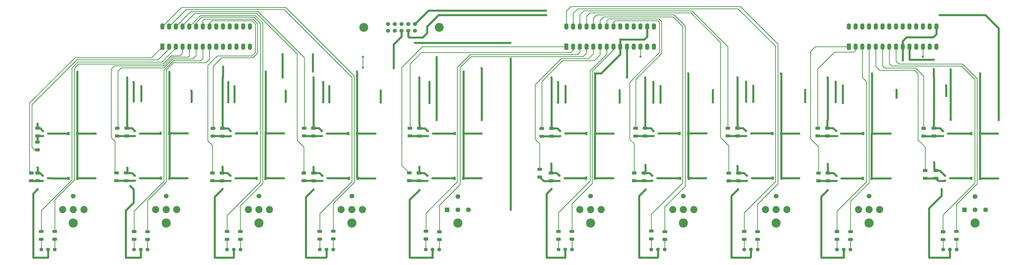
<source format=gbr>
%TF.GenerationSoftware,KiCad,Pcbnew,(5.1.9)-1*%
%TF.CreationDate,2021-03-13T14:24:31+01:00*%
%TF.ProjectId,Main_Relay_Board,4d61696e-5f52-4656-9c61-795f426f6172,rev?*%
%TF.SameCoordinates,Original*%
%TF.FileFunction,Copper,L2,Bot*%
%TF.FilePolarity,Positive*%
%FSLAX46Y46*%
G04 Gerber Fmt 4.6, Leading zero omitted, Abs format (unit mm)*
G04 Created by KiCad (PCBNEW (5.1.9)-1) date 2021-03-13 14:24:31*
%MOMM*%
%LPD*%
G01*
G04 APERTURE LIST*
%TA.AperFunction,ComponentPad*%
%ADD10O,1.600000X2.400000*%
%TD*%
%TA.AperFunction,ComponentPad*%
%ADD11R,1.600000X2.400000*%
%TD*%
%TA.AperFunction,ComponentPad*%
%ADD12C,1.524000*%
%TD*%
%TA.AperFunction,ComponentPad*%
%ADD13C,3.352800*%
%TD*%
%TA.AperFunction,SMDPad,CuDef*%
%ADD14R,0.900000X1.200000*%
%TD*%
%TA.AperFunction,ComponentPad*%
%ADD15C,1.400000*%
%TD*%
%TA.AperFunction,SMDPad,CuDef*%
%ADD16R,0.900000X0.800000*%
%TD*%
%TA.AperFunction,ComponentPad*%
%ADD17C,2.700000*%
%TD*%
%TA.AperFunction,ComponentPad*%
%ADD18C,3.450000*%
%TD*%
%TA.AperFunction,ComponentPad*%
%ADD19C,1.800000*%
%TD*%
%TA.AperFunction,ComponentPad*%
%ADD20R,1.800000X1.800000*%
%TD*%
%TA.AperFunction,ViaPad*%
%ADD21C,0.800000*%
%TD*%
%TA.AperFunction,Conductor*%
%ADD22C,0.750000*%
%TD*%
%TA.AperFunction,Conductor*%
%ADD23C,0.250000*%
%TD*%
G04 APERTURE END LIST*
D10*
%TO.P,U3,28*%
%TO.N,MCP3.16*%
X322270000Y-100590000D03*
%TO.P,U3,14*%
%TO.N,Net-(U3-Pad14)*%
X355290000Y-108210000D03*
%TO.P,U3,27*%
%TO.N,MCP3.15*%
X324810000Y-100590000D03*
%TO.P,U3,13*%
%TO.N,I2C_SDA*%
X352750000Y-108210000D03*
%TO.P,U3,26*%
%TO.N,MCP3.14*%
X327350000Y-100590000D03*
%TO.P,U3,12*%
%TO.N,I2C_SCK*%
X350210000Y-108210000D03*
%TO.P,U3,25*%
%TO.N,MCP3.13*%
X329890000Y-100590000D03*
%TO.P,U3,11*%
%TO.N,Net-(U3-Pad11)*%
X347670000Y-108210000D03*
%TO.P,U3,24*%
%TO.N,MCP3.12*%
X332430000Y-100590000D03*
%TO.P,U3,10*%
%TO.N,GND*%
X345130000Y-108210000D03*
%TO.P,U3,23*%
%TO.N,MCP3.11*%
X334970000Y-100590000D03*
%TO.P,U3,9*%
%TO.N,K1+*%
X342590000Y-108210000D03*
%TO.P,U3,22*%
%TO.N,MCP3.10*%
X337510000Y-100590000D03*
%TO.P,U3,8*%
%TO.N,MCP3.8*%
X340050000Y-108210000D03*
%TO.P,U3,21*%
%TO.N,MCP3.9*%
X340050000Y-100590000D03*
%TO.P,U3,7*%
%TO.N,MCP3.7*%
X337510000Y-108210000D03*
%TO.P,U3,20*%
%TO.N,Net-(U3-Pad20)*%
X342590000Y-100590000D03*
%TO.P,U3,6*%
%TO.N,MCP3.6*%
X334970000Y-108210000D03*
%TO.P,U3,19*%
%TO.N,Net-(U3-Pad19)*%
X345130000Y-100590000D03*
%TO.P,U3,5*%
%TO.N,MCP3.5*%
X332430000Y-108210000D03*
%TO.P,U3,18*%
%TO.N,Net-(R19-Pad1)*%
X347670000Y-100590000D03*
%TO.P,U3,4*%
%TO.N,MCP3.4*%
X329890000Y-108210000D03*
%TO.P,U3,17*%
%TO.N,GND*%
X350210000Y-100590000D03*
%TO.P,U3,3*%
%TO.N,MCP3.3*%
X327350000Y-108210000D03*
%TO.P,U3,16*%
%TO.N,GND*%
X352750000Y-100590000D03*
%TO.P,U3,2*%
%TO.N,MCP3.2*%
X324810000Y-108210000D03*
%TO.P,U3,15*%
%TO.N,K1+*%
X355290000Y-100590000D03*
D11*
%TO.P,U3,1*%
%TO.N,MCP3.1*%
X322270000Y-108210000D03*
%TD*%
D10*
%TO.P,U2,28*%
%TO.N,MCP1.16*%
X63480000Y-100590000D03*
%TO.P,U2,14*%
%TO.N,Net-(U2-Pad14)*%
X96500000Y-108210000D03*
%TO.P,U2,27*%
%TO.N,MCP1.15*%
X66020000Y-100590000D03*
%TO.P,U2,13*%
%TO.N,I2C_SDA*%
X93960000Y-108210000D03*
%TO.P,U2,26*%
%TO.N,MCP1.14*%
X68560000Y-100590000D03*
%TO.P,U2,12*%
%TO.N,I2C_SCK*%
X91420000Y-108210000D03*
%TO.P,U2,25*%
%TO.N,MCP1.13*%
X71100000Y-100590000D03*
%TO.P,U2,11*%
%TO.N,Net-(U2-Pad11)*%
X88880000Y-108210000D03*
%TO.P,U2,24*%
%TO.N,MCP1.12*%
X73640000Y-100590000D03*
%TO.P,U2,10*%
%TO.N,GND*%
X86340000Y-108210000D03*
%TO.P,U2,23*%
%TO.N,MCP1.11*%
X76180000Y-100590000D03*
%TO.P,U2,9*%
%TO.N,K1+*%
X83800000Y-108210000D03*
%TO.P,U2,22*%
%TO.N,MCP1.10*%
X78720000Y-100590000D03*
%TO.P,U2,8*%
%TO.N,MCP1.8*%
X81260000Y-108210000D03*
%TO.P,U2,21*%
%TO.N,MCP1.9*%
X81260000Y-100590000D03*
%TO.P,U2,7*%
%TO.N,MCP1.7*%
X78720000Y-108210000D03*
%TO.P,U2,20*%
%TO.N,Net-(U2-Pad20)*%
X83800000Y-100590000D03*
%TO.P,U2,6*%
%TO.N,MCP1.6*%
X76180000Y-108210000D03*
%TO.P,U2,19*%
%TO.N,Net-(U2-Pad19)*%
X86340000Y-100590000D03*
%TO.P,U2,5*%
%TO.N,MCP1.5*%
X73640000Y-108210000D03*
%TO.P,U2,18*%
%TO.N,Net-(R18-Pad1)*%
X88880000Y-100590000D03*
%TO.P,U2,4*%
%TO.N,MCP1.4*%
X71100000Y-108210000D03*
%TO.P,U2,17*%
%TO.N,GND*%
X91420000Y-100590000D03*
%TO.P,U2,3*%
%TO.N,MCP1.3*%
X68560000Y-108210000D03*
%TO.P,U2,16*%
%TO.N,GND*%
X93960000Y-100590000D03*
%TO.P,U2,2*%
%TO.N,MCP1.2*%
X66020000Y-108210000D03*
%TO.P,U2,15*%
%TO.N,GND*%
X96500000Y-100590000D03*
D11*
%TO.P,U2,1*%
%TO.N,MCP1.1*%
X63480000Y-108210000D03*
%TD*%
D10*
%TO.P,U1,28*%
%TO.N,MCP2.16*%
X215760000Y-100590000D03*
%TO.P,U1,14*%
%TO.N,Net-(U1-Pad14)*%
X248780000Y-108210000D03*
%TO.P,U1,27*%
%TO.N,MCP2.15*%
X218300000Y-100590000D03*
%TO.P,U1,13*%
%TO.N,I2C_SDA*%
X246240000Y-108210000D03*
%TO.P,U1,26*%
%TO.N,MCP2.14*%
X220840000Y-100590000D03*
%TO.P,U1,12*%
%TO.N,I2C_SCK*%
X243700000Y-108210000D03*
%TO.P,U1,25*%
%TO.N,MCP2.13*%
X223380000Y-100590000D03*
%TO.P,U1,11*%
%TO.N,Net-(U1-Pad11)*%
X241160000Y-108210000D03*
%TO.P,U1,24*%
%TO.N,MCP2.12*%
X225920000Y-100590000D03*
%TO.P,U1,10*%
%TO.N,GND*%
X238620000Y-108210000D03*
%TO.P,U1,23*%
%TO.N,MCP2.11*%
X228460000Y-100590000D03*
%TO.P,U1,9*%
%TO.N,K1+*%
X236080000Y-108210000D03*
%TO.P,U1,22*%
%TO.N,MCP2.10*%
X231000000Y-100590000D03*
%TO.P,U1,8*%
%TO.N,MCP2.8*%
X233540000Y-108210000D03*
%TO.P,U1,21*%
%TO.N,MCP2.9*%
X233540000Y-100590000D03*
%TO.P,U1,7*%
%TO.N,MCP2.7*%
X231000000Y-108210000D03*
%TO.P,U1,20*%
%TO.N,Net-(U1-Pad20)*%
X236080000Y-100590000D03*
%TO.P,U1,6*%
%TO.N,MCP2.6*%
X228460000Y-108210000D03*
%TO.P,U1,19*%
%TO.N,Net-(U1-Pad19)*%
X238620000Y-100590000D03*
%TO.P,U1,5*%
%TO.N,MCP2.5*%
X225920000Y-108210000D03*
%TO.P,U1,18*%
%TO.N,Net-(R1-Pad1)*%
X241160000Y-100590000D03*
%TO.P,U1,4*%
%TO.N,MCP2.4*%
X223380000Y-108210000D03*
%TO.P,U1,17*%
%TO.N,GND*%
X243700000Y-100590000D03*
%TO.P,U1,3*%
%TO.N,MCP2.3*%
X220840000Y-108210000D03*
%TO.P,U1,16*%
%TO.N,K1+*%
X246240000Y-100590000D03*
%TO.P,U1,2*%
%TO.N,MCP2.2*%
X218300000Y-108210000D03*
%TO.P,U1,15*%
%TO.N,GND*%
X248780000Y-100590000D03*
D11*
%TO.P,U1,1*%
%TO.N,MCP2.1*%
X215760000Y-108210000D03*
%TD*%
D12*
%TO.P,J2,1*%
%TO.N,I2C_SDA*%
X148560000Y-99650000D03*
%TO.P,J2,2*%
%TO.N,I2C_SCK*%
X148560000Y-102190000D03*
%TO.P,J2,3*%
%TO.N,K1+*%
X151100000Y-99650000D03*
%TO.P,J2,4*%
%TO.N,Net-(J2-Pad4)*%
X151100000Y-102190000D03*
%TO.P,J2,5*%
%TO.N,GND*%
X153640000Y-99650000D03*
%TO.P,J2,6*%
%TO.N,Phantom_48V_HOT_A*%
X153640000Y-102190000D03*
%TO.P,J2,7*%
%TO.N,Phantom_48V_COLD_A*%
X156180000Y-99650000D03*
%TO.P,J2,8*%
%TO.N,Phantom_48V_HOT_B*%
X156180000Y-102190000D03*
%TO.P,J2,9*%
%TO.N,Phantom_48V_COLD_B*%
X158720000Y-99650000D03*
%TO.P,J2,10*%
%TO.N,Phantom_GND*%
X158720000Y-102190000D03*
D13*
%TO.P,J2,11*%
%TO.N,Net-(J2-Pad11)*%
X139428700Y-100920000D03*
%TO.P,J2,12*%
%TO.N,Net-(J2-Pad12)*%
X167851300Y-100920000D03*
%TD*%
%TO.P,R37,2*%
%TO.N,MCP1.14*%
%TA.AperFunction,SMDPad,CuDef*%
G36*
G01*
X117565003Y-139527500D02*
X116314997Y-139527500D01*
G75*
G02*
X116065000Y-139277503I0J249997D01*
G01*
X116065000Y-138652497D01*
G75*
G02*
X116314997Y-138402500I249997J0D01*
G01*
X117565003Y-138402500D01*
G75*
G02*
X117815000Y-138652497I0J-249997D01*
G01*
X117815000Y-139277503D01*
G75*
G02*
X117565003Y-139527500I-249997J0D01*
G01*
G37*
%TD.AperFunction*%
%TO.P,R37,1*%
%TO.N,Net-(C14-Pad1)*%
%TA.AperFunction,SMDPad,CuDef*%
G36*
G01*
X117565003Y-142452500D02*
X116314997Y-142452500D01*
G75*
G02*
X116065000Y-142202503I0J249997D01*
G01*
X116065000Y-141577497D01*
G75*
G02*
X116314997Y-141327500I249997J0D01*
G01*
X117565003Y-141327500D01*
G75*
G02*
X117815000Y-141577497I0J-249997D01*
G01*
X117815000Y-142202503D01*
G75*
G02*
X117565003Y-142452500I-249997J0D01*
G01*
G37*
%TD.AperFunction*%
%TD*%
D14*
%TO.P,D1,2*%
%TO.N,K1-*%
X28030000Y-157900000D03*
%TO.P,D1,1*%
%TO.N,K1+*%
X31330000Y-157900000D03*
%TD*%
D15*
%TO.P,LED10,1*%
%TO.N,Net-(LED10-Pad1)*%
X357815240Y-184775080D03*
%TO.P,LED10,2*%
%TO.N,GND*%
X360355240Y-184775080D03*
%TO.P,LED10,3*%
%TO.N,Net-(LED10-Pad3)*%
X362895240Y-184775080D03*
%TD*%
%TO.P,LED9,1*%
%TO.N,Net-(LED9-Pad1)*%
X162815240Y-184775080D03*
%TO.P,LED9,2*%
%TO.N,GND*%
X165355240Y-184775080D03*
%TO.P,LED9,3*%
%TO.N,Net-(LED9-Pad3)*%
X167895240Y-184775080D03*
%TD*%
%TO.P,LED8,1*%
%TO.N,Net-(LED8-Pad1)*%
X317815240Y-184775080D03*
%TO.P,LED8,2*%
%TO.N,GND*%
X320355240Y-184775080D03*
%TO.P,LED8,3*%
%TO.N,Net-(LED8-Pad3)*%
X322895240Y-184775080D03*
%TD*%
%TO.P,LED7,1*%
%TO.N,Net-(LED7-Pad1)*%
X282815240Y-184775080D03*
%TO.P,LED7,2*%
%TO.N,GND*%
X285355240Y-184775080D03*
%TO.P,LED7,3*%
%TO.N,Net-(LED7-Pad3)*%
X287895240Y-184775080D03*
%TD*%
%TO.P,LED6,1*%
%TO.N,Net-(LED6-Pad1)*%
X247815240Y-184775080D03*
%TO.P,LED6,2*%
%TO.N,GND*%
X250355240Y-184775080D03*
%TO.P,LED6,3*%
%TO.N,Net-(LED6-Pad3)*%
X252895240Y-184775080D03*
%TD*%
%TO.P,LED5,1*%
%TO.N,Net-(LED5-Pad1)*%
X212815240Y-184775080D03*
%TO.P,LED5,2*%
%TO.N,GND*%
X215355240Y-184775080D03*
%TO.P,LED5,3*%
%TO.N,Net-(LED5-Pad3)*%
X217895240Y-184775080D03*
%TD*%
%TO.P,LED4,1*%
%TO.N,Net-(LED4-Pad1)*%
X122815240Y-184775080D03*
%TO.P,LED4,2*%
%TO.N,GND*%
X125355240Y-184775080D03*
%TO.P,LED4,3*%
%TO.N,Net-(LED4-Pad3)*%
X127895240Y-184775080D03*
%TD*%
%TO.P,LED3,1*%
%TO.N,Net-(LED3-Pad1)*%
X87815240Y-184775080D03*
%TO.P,LED3,2*%
%TO.N,GND*%
X90355240Y-184775080D03*
%TO.P,LED3,3*%
%TO.N,Net-(LED3-Pad3)*%
X92895240Y-184775080D03*
%TD*%
%TO.P,LED2,1*%
%TO.N,Net-(LED2-Pad1)*%
X52815240Y-184775080D03*
%TO.P,LED2,2*%
%TO.N,GND*%
X55355240Y-184775080D03*
%TO.P,LED2,3*%
%TO.N,Net-(LED2-Pad3)*%
X57895240Y-184775080D03*
%TD*%
%TO.P,LED1,1*%
%TO.N,Net-(LED1-Pad1)*%
X17815240Y-184764920D03*
%TO.P,LED1,2*%
%TO.N,GND*%
X20355240Y-184764920D03*
%TO.P,LED1,3*%
%TO.N,Net-(LED1-Pad3)*%
X22895240Y-184764920D03*
%TD*%
%TO.P,R43,2*%
%TO.N,MCP3.5*%
%TA.AperFunction,SMDPad,CuDef*%
G36*
G01*
X351695002Y-155517500D02*
X350444998Y-155517500D01*
G75*
G02*
X350195000Y-155267502I0J249998D01*
G01*
X350195000Y-154642498D01*
G75*
G02*
X350444998Y-154392500I249998J0D01*
G01*
X351695002Y-154392500D01*
G75*
G02*
X351945000Y-154642498I0J-249998D01*
G01*
X351945000Y-155267502D01*
G75*
G02*
X351695002Y-155517500I-249998J0D01*
G01*
G37*
%TD.AperFunction*%
%TO.P,R43,1*%
%TO.N,Net-(C20-Pad1)*%
%TA.AperFunction,SMDPad,CuDef*%
G36*
G01*
X351695002Y-158442500D02*
X350444998Y-158442500D01*
G75*
G02*
X350195000Y-158192502I0J249998D01*
G01*
X350195000Y-157567498D01*
G75*
G02*
X350444998Y-157317500I249998J0D01*
G01*
X351695002Y-157317500D01*
G75*
G02*
X351945000Y-157567498I0J-249998D01*
G01*
X351945000Y-158192502D01*
G75*
G02*
X351695002Y-158442500I-249998J0D01*
G01*
G37*
%TD.AperFunction*%
%TD*%
%TO.P,R42,2*%
%TO.N,MCP2.1*%
%TA.AperFunction,SMDPad,CuDef*%
G36*
G01*
X157195002Y-156397500D02*
X155944998Y-156397500D01*
G75*
G02*
X155695000Y-156147502I0J249998D01*
G01*
X155695000Y-155522498D01*
G75*
G02*
X155944998Y-155272500I249998J0D01*
G01*
X157195002Y-155272500D01*
G75*
G02*
X157445000Y-155522498I0J-249998D01*
G01*
X157445000Y-156147502D01*
G75*
G02*
X157195002Y-156397500I-249998J0D01*
G01*
G37*
%TD.AperFunction*%
%TO.P,R42,1*%
%TO.N,Net-(C19-Pad1)*%
%TA.AperFunction,SMDPad,CuDef*%
G36*
G01*
X157195002Y-159322500D02*
X155944998Y-159322500D01*
G75*
G02*
X155695000Y-159072502I0J249998D01*
G01*
X155695000Y-158447498D01*
G75*
G02*
X155944998Y-158197500I249998J0D01*
G01*
X157195002Y-158197500D01*
G75*
G02*
X157445000Y-158447498I0J-249998D01*
G01*
X157445000Y-159072502D01*
G75*
G02*
X157195002Y-159322500I-249998J0D01*
G01*
G37*
%TD.AperFunction*%
%TD*%
D16*
%TO.P,Q20,3*%
%TO.N,K20-*%
X360520000Y-157840000D03*
%TO.P,Q20,2*%
%TO.N,GND*%
X358520000Y-156890000D03*
%TO.P,Q20,1*%
%TO.N,Net-(C20-Pad1)*%
X358520000Y-158790000D03*
%TD*%
%TO.P,Q19,3*%
%TO.N,K19-*%
X165340000Y-157860000D03*
%TO.P,Q19,2*%
%TO.N,GND*%
X163340000Y-156910000D03*
%TO.P,Q19,1*%
%TO.N,Net-(C19-Pad1)*%
X163340000Y-158810000D03*
%TD*%
D14*
%TO.P,D20,2*%
%TO.N,K20-*%
X368450000Y-157880000D03*
%TO.P,D20,1*%
%TO.N,K1+*%
X371750000Y-157880000D03*
%TD*%
%TO.P,D19,2*%
%TO.N,K19-*%
X173590000Y-157880000D03*
%TO.P,D19,1*%
%TO.N,K1+*%
X176890000Y-157880000D03*
%TD*%
%TO.P,C20,2*%
%TO.N,GND*%
%TA.AperFunction,SMDPad,CuDef*%
G36*
G01*
X355780001Y-155505000D02*
X354479999Y-155505000D01*
G75*
G02*
X354230000Y-155255001I0J249999D01*
G01*
X354230000Y-154604999D01*
G75*
G02*
X354479999Y-154355000I249999J0D01*
G01*
X355780001Y-154355000D01*
G75*
G02*
X356030000Y-154604999I0J-249999D01*
G01*
X356030000Y-155255001D01*
G75*
G02*
X355780001Y-155505000I-249999J0D01*
G01*
G37*
%TD.AperFunction*%
%TO.P,C20,1*%
%TO.N,Net-(C20-Pad1)*%
%TA.AperFunction,SMDPad,CuDef*%
G36*
G01*
X355780001Y-158455000D02*
X354479999Y-158455000D01*
G75*
G02*
X354230000Y-158205001I0J249999D01*
G01*
X354230000Y-157554999D01*
G75*
G02*
X354479999Y-157305000I249999J0D01*
G01*
X355780001Y-157305000D01*
G75*
G02*
X356030000Y-157554999I0J-249999D01*
G01*
X356030000Y-158205001D01*
G75*
G02*
X355780001Y-158455000I-249999J0D01*
G01*
G37*
%TD.AperFunction*%
%TD*%
%TO.P,C19,2*%
%TO.N,GND*%
%TA.AperFunction,SMDPad,CuDef*%
G36*
G01*
X160850001Y-156445000D02*
X159549999Y-156445000D01*
G75*
G02*
X159300000Y-156195001I0J249999D01*
G01*
X159300000Y-155544999D01*
G75*
G02*
X159549999Y-155295000I249999J0D01*
G01*
X160850001Y-155295000D01*
G75*
G02*
X161100000Y-155544999I0J-249999D01*
G01*
X161100000Y-156195001D01*
G75*
G02*
X160850001Y-156445000I-249999J0D01*
G01*
G37*
%TD.AperFunction*%
%TO.P,C19,1*%
%TO.N,Net-(C19-Pad1)*%
%TA.AperFunction,SMDPad,CuDef*%
G36*
G01*
X160850001Y-159395000D02*
X159549999Y-159395000D01*
G75*
G02*
X159300000Y-159145001I0J249999D01*
G01*
X159300000Y-158494999D01*
G75*
G02*
X159549999Y-158245000I249999J0D01*
G01*
X160850001Y-158245000D01*
G75*
G02*
X161100000Y-158494999I0J-249999D01*
G01*
X161100000Y-159145001D01*
G75*
G02*
X160850001Y-159395000I-249999J0D01*
G01*
G37*
%TD.AperFunction*%
%TD*%
%TO.P,C7,2*%
%TO.N,GND*%
%TA.AperFunction,SMDPad,CuDef*%
G36*
G01*
X50500001Y-156420000D02*
X49199999Y-156420000D01*
G75*
G02*
X48950000Y-156170001I0J249999D01*
G01*
X48950000Y-155519999D01*
G75*
G02*
X49199999Y-155270000I249999J0D01*
G01*
X50500001Y-155270000D01*
G75*
G02*
X50750000Y-155519999I0J-249999D01*
G01*
X50750000Y-156170001D01*
G75*
G02*
X50500001Y-156420000I-249999J0D01*
G01*
G37*
%TD.AperFunction*%
%TO.P,C7,1*%
%TO.N,Net-(C7-Pad1)*%
%TA.AperFunction,SMDPad,CuDef*%
G36*
G01*
X50500001Y-159370000D02*
X49199999Y-159370000D01*
G75*
G02*
X48950000Y-159120001I0J249999D01*
G01*
X48950000Y-158469999D01*
G75*
G02*
X49199999Y-158220000I249999J0D01*
G01*
X50500001Y-158220000D01*
G75*
G02*
X50750000Y-158469999I0J-249999D01*
G01*
X50750000Y-159120001D01*
G75*
G02*
X50500001Y-159370000I-249999J0D01*
G01*
G37*
%TD.AperFunction*%
%TD*%
D17*
%TO.P,Input_1,1*%
%TO.N,Phantom_GND*%
X33885720Y-169726480D03*
%TO.P,Input_1,2*%
%TO.N,/Relay/IN1.2*%
X29885720Y-169726480D03*
%TO.P,Input_1,3*%
%TO.N,/Relay/IN1.3*%
X25885720Y-169726480D03*
D18*
%TO.P,Input_1,4*%
%TO.N,/Relay/BUSAMH*%
X29885720Y-174726480D03*
D19*
%TO.P,Input_1,5*%
%TO.N,/Relay/BUSA.G*%
X29885720Y-164646480D03*
%TD*%
D17*
%TO.P,Input_8,1*%
%TO.N,Phantom_GND*%
X333885720Y-169726480D03*
%TO.P,Input_8,2*%
%TO.N,/Relay/IN8.2*%
X329885720Y-169726480D03*
%TO.P,Input_8,3*%
%TO.N,/Relay/IN8.3*%
X325885720Y-169726480D03*
D18*
%TO.P,Input_8,4*%
%TO.N,/Relay/BUSAMH*%
X329885720Y-174726480D03*
D19*
%TO.P,Input_8,5*%
%TO.N,/Relay/BUSA.G*%
X329885720Y-164646480D03*
%TD*%
D17*
%TO.P,Input_7,1*%
%TO.N,Phantom_GND*%
X298885720Y-169726480D03*
%TO.P,Input_7,2*%
%TO.N,/Relay/IN7.2*%
X294885720Y-169726480D03*
%TO.P,Input_7,3*%
%TO.N,/Relay/IN7.3*%
X290885720Y-169726480D03*
D18*
%TO.P,Input_7,4*%
%TO.N,/Relay/BUSAMH*%
X294885720Y-174726480D03*
D19*
%TO.P,Input_7,5*%
%TO.N,/Relay/BUSA.G*%
X294885720Y-164646480D03*
%TD*%
D17*
%TO.P,Input_6,1*%
%TO.N,Phantom_GND*%
X263885720Y-169726480D03*
%TO.P,Input_6,2*%
%TO.N,/Relay/IN6.2*%
X259885720Y-169726480D03*
%TO.P,Input_6,3*%
%TO.N,/Relay/IN6.3*%
X255885720Y-169726480D03*
D18*
%TO.P,Input_6,4*%
%TO.N,/Relay/BUSAMH*%
X259885720Y-174726480D03*
D19*
%TO.P,Input_6,5*%
%TO.N,/Relay/BUSA.G*%
X259885720Y-164646480D03*
%TD*%
D17*
%TO.P,Input_5,1*%
%TO.N,Phantom_GND*%
X228885720Y-169726480D03*
%TO.P,Input_5,2*%
%TO.N,/Relay/IN5.2*%
X224885720Y-169726480D03*
%TO.P,Input_5,3*%
%TO.N,/Relay/IN5.3*%
X220885720Y-169726480D03*
D18*
%TO.P,Input_5,4*%
%TO.N,/Relay/BUSAMH*%
X224885720Y-174726480D03*
D19*
%TO.P,Input_5,5*%
%TO.N,/Relay/BUSA.G*%
X224885720Y-164646480D03*
%TD*%
D17*
%TO.P,Input_4,1*%
%TO.N,Phantom_GND*%
X138885720Y-169726480D03*
%TO.P,Input_4,2*%
%TO.N,/Relay/IN4.2*%
X134885720Y-169726480D03*
%TO.P,Input_4,3*%
%TO.N,/Relay/IN4.3*%
X130885720Y-169726480D03*
D18*
%TO.P,Input_4,4*%
%TO.N,/Relay/BUSAMH*%
X134885720Y-174726480D03*
D19*
%TO.P,Input_4,5*%
%TO.N,/Relay/BUSA.G*%
X134885720Y-164646480D03*
%TD*%
D17*
%TO.P,Input_3,1*%
%TO.N,Phantom_GND*%
X103885720Y-169726480D03*
%TO.P,Input_3,2*%
%TO.N,/Relay/IN3.2*%
X99885720Y-169726480D03*
%TO.P,Input_3,3*%
%TO.N,/Relay/IN3.3*%
X95885720Y-169726480D03*
D18*
%TO.P,Input_3,4*%
%TO.N,/Relay/BUSAMH*%
X99885720Y-174726480D03*
D19*
%TO.P,Input_3,5*%
%TO.N,/Relay/BUSA.G*%
X99885720Y-164646480D03*
%TD*%
D17*
%TO.P,Input_2,1*%
%TO.N,Phantom_GND*%
X68885720Y-169726480D03*
%TO.P,Input_2,2*%
%TO.N,/Relay/IN2.2*%
X64885720Y-169726480D03*
%TO.P,Input_2,3*%
%TO.N,/Relay/IN2.3*%
X60885720Y-169726480D03*
D18*
%TO.P,Input_2,4*%
%TO.N,/Relay/BUSAMH*%
X64885720Y-174726480D03*
D19*
%TO.P,Input_2,5*%
%TO.N,/Relay/BUSA.G*%
X64885720Y-164646480D03*
%TD*%
D20*
%TO.P,BUS_B1,1*%
%TO.N,Phantom_GND*%
X365852200Y-169749680D03*
D19*
%TO.P,BUS_B1,2*%
%TO.N,/Relay/OUTB.2*%
X373852200Y-169749680D03*
%TO.P,BUS_B1,3*%
%TO.N,/Relay/OUTB.3*%
X369852200Y-169749680D03*
%TO.P,BUS_B1,G1*%
%TO.N,/Relay/BUSA.G*%
X369852200Y-164749680D03*
D18*
%TO.P,BUS_B1,MH1*%
%TO.N,/Relay/BUSAMH*%
X369852200Y-174749680D03*
%TD*%
D20*
%TO.P,BUS_A1,1*%
%TO.N,Phantom_GND*%
X170852200Y-169749680D03*
D19*
%TO.P,BUS_A1,2*%
%TO.N,/Relay/OUTA.2*%
X178852200Y-169749680D03*
%TO.P,BUS_A1,3*%
%TO.N,/Relay/OUTA.3*%
X174852200Y-169749680D03*
%TO.P,BUS_A1,G1*%
%TO.N,/Relay/BUSA.G*%
X174852200Y-164749680D03*
D18*
%TO.P,BUS_A1,MH1*%
%TO.N,/Relay/BUSAMH*%
X174852200Y-174749680D03*
%TD*%
%TO.P,R41,2*%
%TO.N,MCP3.6*%
%TA.AperFunction,SMDPad,CuDef*%
G36*
G01*
X351095003Y-139597500D02*
X349844997Y-139597500D01*
G75*
G02*
X349595000Y-139347503I0J249997D01*
G01*
X349595000Y-138722497D01*
G75*
G02*
X349844997Y-138472500I249997J0D01*
G01*
X351095003Y-138472500D01*
G75*
G02*
X351345000Y-138722497I0J-249997D01*
G01*
X351345000Y-139347503D01*
G75*
G02*
X351095003Y-139597500I-249997J0D01*
G01*
G37*
%TD.AperFunction*%
%TO.P,R41,1*%
%TO.N,Net-(C18-Pad1)*%
%TA.AperFunction,SMDPad,CuDef*%
G36*
G01*
X351095003Y-142522500D02*
X349844997Y-142522500D01*
G75*
G02*
X349595000Y-142272503I0J249997D01*
G01*
X349595000Y-141647497D01*
G75*
G02*
X349844997Y-141397500I249997J0D01*
G01*
X351095003Y-141397500D01*
G75*
G02*
X351345000Y-141647497I0J-249997D01*
G01*
X351345000Y-142272503D01*
G75*
G02*
X351095003Y-142522500I-249997J0D01*
G01*
G37*
%TD.AperFunction*%
%TD*%
%TO.P,R40,2*%
%TO.N,MCP3.1*%
%TA.AperFunction,SMDPad,CuDef*%
G36*
G01*
X311495003Y-156487500D02*
X310244997Y-156487500D01*
G75*
G02*
X309995000Y-156237503I0J249997D01*
G01*
X309995000Y-155612497D01*
G75*
G02*
X310244997Y-155362500I249997J0D01*
G01*
X311495003Y-155362500D01*
G75*
G02*
X311745000Y-155612497I0J-249997D01*
G01*
X311745000Y-156237503D01*
G75*
G02*
X311495003Y-156487500I-249997J0D01*
G01*
G37*
%TD.AperFunction*%
%TO.P,R40,1*%
%TO.N,Net-(C17-Pad1)*%
%TA.AperFunction,SMDPad,CuDef*%
G36*
G01*
X311495003Y-159412500D02*
X310244997Y-159412500D01*
G75*
G02*
X309995000Y-159162503I0J249997D01*
G01*
X309995000Y-158537497D01*
G75*
G02*
X310244997Y-158287500I249997J0D01*
G01*
X311495003Y-158287500D01*
G75*
G02*
X311745000Y-158537497I0J-249997D01*
G01*
X311745000Y-159162503D01*
G75*
G02*
X311495003Y-159412500I-249997J0D01*
G01*
G37*
%TD.AperFunction*%
%TD*%
%TO.P,R39,2*%
%TO.N,MCP1.13*%
%TA.AperFunction,SMDPad,CuDef*%
G36*
G01*
X117425003Y-156437500D02*
X116174997Y-156437500D01*
G75*
G02*
X115925000Y-156187503I0J249997D01*
G01*
X115925000Y-155562497D01*
G75*
G02*
X116174997Y-155312500I249997J0D01*
G01*
X117425003Y-155312500D01*
G75*
G02*
X117675000Y-155562497I0J-249997D01*
G01*
X117675000Y-156187503D01*
G75*
G02*
X117425003Y-156437500I-249997J0D01*
G01*
G37*
%TD.AperFunction*%
%TO.P,R39,1*%
%TO.N,Net-(C16-Pad1)*%
%TA.AperFunction,SMDPad,CuDef*%
G36*
G01*
X117425003Y-159362500D02*
X116174997Y-159362500D01*
G75*
G02*
X115925000Y-159112503I0J249997D01*
G01*
X115925000Y-158487497D01*
G75*
G02*
X116174997Y-158237500I249997J0D01*
G01*
X117425003Y-158237500D01*
G75*
G02*
X117675000Y-158487497I0J-249997D01*
G01*
X117675000Y-159112503D01*
G75*
G02*
X117425003Y-159362500I-249997J0D01*
G01*
G37*
%TD.AperFunction*%
%TD*%
%TO.P,R38,2*%
%TO.N,MCP3.2*%
%TA.AperFunction,SMDPad,CuDef*%
G36*
G01*
X311175003Y-139527500D02*
X309924997Y-139527500D01*
G75*
G02*
X309675000Y-139277503I0J249997D01*
G01*
X309675000Y-138652497D01*
G75*
G02*
X309924997Y-138402500I249997J0D01*
G01*
X311175003Y-138402500D01*
G75*
G02*
X311425000Y-138652497I0J-249997D01*
G01*
X311425000Y-139277503D01*
G75*
G02*
X311175003Y-139527500I-249997J0D01*
G01*
G37*
%TD.AperFunction*%
%TO.P,R38,1*%
%TO.N,Net-(C15-Pad1)*%
%TA.AperFunction,SMDPad,CuDef*%
G36*
G01*
X311175003Y-142452500D02*
X309924997Y-142452500D01*
G75*
G02*
X309675000Y-142202503I0J249997D01*
G01*
X309675000Y-141577497D01*
G75*
G02*
X309924997Y-141327500I249997J0D01*
G01*
X311175003Y-141327500D01*
G75*
G02*
X311425000Y-141577497I0J-249997D01*
G01*
X311425000Y-142202503D01*
G75*
G02*
X311175003Y-142452500I-249997J0D01*
G01*
G37*
%TD.AperFunction*%
%TD*%
%TO.P,R36,2*%
%TO.N,MCP2.2*%
%TA.AperFunction,SMDPad,CuDef*%
G36*
G01*
X157435003Y-139537500D02*
X156184997Y-139537500D01*
G75*
G02*
X155935000Y-139287503I0J249997D01*
G01*
X155935000Y-138662497D01*
G75*
G02*
X156184997Y-138412500I249997J0D01*
G01*
X157435003Y-138412500D01*
G75*
G02*
X157685000Y-138662497I0J-249997D01*
G01*
X157685000Y-139287503D01*
G75*
G02*
X157435003Y-139537500I-249997J0D01*
G01*
G37*
%TD.AperFunction*%
%TO.P,R36,1*%
%TO.N,Net-(C13-Pad1)*%
%TA.AperFunction,SMDPad,CuDef*%
G36*
G01*
X157435003Y-142462500D02*
X156184997Y-142462500D01*
G75*
G02*
X155935000Y-142212503I0J249997D01*
G01*
X155935000Y-141587497D01*
G75*
G02*
X156184997Y-141337500I249997J0D01*
G01*
X157435003Y-141337500D01*
G75*
G02*
X157685000Y-141587497I0J-249997D01*
G01*
X157685000Y-142212503D01*
G75*
G02*
X157435003Y-142462500I-249997J0D01*
G01*
G37*
%TD.AperFunction*%
%TD*%
%TO.P,R35,2*%
%TO.N,MCP2.13*%
%TA.AperFunction,SMDPad,CuDef*%
G36*
G01*
X277645003Y-156487500D02*
X276394997Y-156487500D01*
G75*
G02*
X276145000Y-156237503I0J249997D01*
G01*
X276145000Y-155612497D01*
G75*
G02*
X276394997Y-155362500I249997J0D01*
G01*
X277645003Y-155362500D01*
G75*
G02*
X277895000Y-155612497I0J-249997D01*
G01*
X277895000Y-156237503D01*
G75*
G02*
X277645003Y-156487500I-249997J0D01*
G01*
G37*
%TD.AperFunction*%
%TO.P,R35,1*%
%TO.N,Net-(C12-Pad1)*%
%TA.AperFunction,SMDPad,CuDef*%
G36*
G01*
X277645003Y-159412500D02*
X276394997Y-159412500D01*
G75*
G02*
X276145000Y-159162503I0J249997D01*
G01*
X276145000Y-158537497D01*
G75*
G02*
X276394997Y-158287500I249997J0D01*
G01*
X277645003Y-158287500D01*
G75*
G02*
X277895000Y-158537497I0J-249997D01*
G01*
X277895000Y-159162503D01*
G75*
G02*
X277645003Y-159412500I-249997J0D01*
G01*
G37*
%TD.AperFunction*%
%TD*%
%TO.P,R34,2*%
%TO.N,MCP1.9*%
%TA.AperFunction,SMDPad,CuDef*%
G36*
G01*
X82975003Y-156457500D02*
X81724997Y-156457500D01*
G75*
G02*
X81475000Y-156207503I0J249997D01*
G01*
X81475000Y-155582497D01*
G75*
G02*
X81724997Y-155332500I249997J0D01*
G01*
X82975003Y-155332500D01*
G75*
G02*
X83225000Y-155582497I0J-249997D01*
G01*
X83225000Y-156207503D01*
G75*
G02*
X82975003Y-156457500I-249997J0D01*
G01*
G37*
%TD.AperFunction*%
%TO.P,R34,1*%
%TO.N,Net-(C11-Pad1)*%
%TA.AperFunction,SMDPad,CuDef*%
G36*
G01*
X82975003Y-159382500D02*
X81724997Y-159382500D01*
G75*
G02*
X81475000Y-159132503I0J249997D01*
G01*
X81475000Y-158507497D01*
G75*
G02*
X81724997Y-158257500I249997J0D01*
G01*
X82975003Y-158257500D01*
G75*
G02*
X83225000Y-158507497I0J-249997D01*
G01*
X83225000Y-159132503D01*
G75*
G02*
X82975003Y-159382500I-249997J0D01*
G01*
G37*
%TD.AperFunction*%
%TD*%
%TO.P,R33,2*%
%TO.N,MCP2.14*%
%TA.AperFunction,SMDPad,CuDef*%
G36*
G01*
X277285003Y-139537500D02*
X276034997Y-139537500D01*
G75*
G02*
X275785000Y-139287503I0J249997D01*
G01*
X275785000Y-138662497D01*
G75*
G02*
X276034997Y-138412500I249997J0D01*
G01*
X277285003Y-138412500D01*
G75*
G02*
X277535000Y-138662497I0J-249997D01*
G01*
X277535000Y-139287503D01*
G75*
G02*
X277285003Y-139537500I-249997J0D01*
G01*
G37*
%TD.AperFunction*%
%TO.P,R33,1*%
%TO.N,Net-(C10-Pad1)*%
%TA.AperFunction,SMDPad,CuDef*%
G36*
G01*
X277285003Y-142462500D02*
X276034997Y-142462500D01*
G75*
G02*
X275785000Y-142212503I0J249997D01*
G01*
X275785000Y-141587497D01*
G75*
G02*
X276034997Y-141337500I249997J0D01*
G01*
X277285003Y-141337500D01*
G75*
G02*
X277535000Y-141587497I0J-249997D01*
G01*
X277535000Y-142212503D01*
G75*
G02*
X277285003Y-142462500I-249997J0D01*
G01*
G37*
%TD.AperFunction*%
%TD*%
%TO.P,R32,2*%
%TO.N,MCP1.10*%
%TA.AperFunction,SMDPad,CuDef*%
G36*
G01*
X83185003Y-139587500D02*
X81934997Y-139587500D01*
G75*
G02*
X81685000Y-139337503I0J249997D01*
G01*
X81685000Y-138712497D01*
G75*
G02*
X81934997Y-138462500I249997J0D01*
G01*
X83185003Y-138462500D01*
G75*
G02*
X83435000Y-138712497I0J-249997D01*
G01*
X83435000Y-139337503D01*
G75*
G02*
X83185003Y-139587500I-249997J0D01*
G01*
G37*
%TD.AperFunction*%
%TO.P,R32,1*%
%TO.N,Net-(C9-Pad1)*%
%TA.AperFunction,SMDPad,CuDef*%
G36*
G01*
X83185003Y-142512500D02*
X81934997Y-142512500D01*
G75*
G02*
X81685000Y-142262503I0J249997D01*
G01*
X81685000Y-141637497D01*
G75*
G02*
X81934997Y-141387500I249997J0D01*
G01*
X83185003Y-141387500D01*
G75*
G02*
X83435000Y-141637497I0J-249997D01*
G01*
X83435000Y-142262503D01*
G75*
G02*
X83185003Y-142512500I-249997J0D01*
G01*
G37*
%TD.AperFunction*%
%TD*%
%TO.P,R31,2*%
%TO.N,MCP2.9*%
%TA.AperFunction,SMDPad,CuDef*%
G36*
G01*
X241975003Y-156457500D02*
X240724997Y-156457500D01*
G75*
G02*
X240475000Y-156207503I0J249997D01*
G01*
X240475000Y-155582497D01*
G75*
G02*
X240724997Y-155332500I249997J0D01*
G01*
X241975003Y-155332500D01*
G75*
G02*
X242225000Y-155582497I0J-249997D01*
G01*
X242225000Y-156207503D01*
G75*
G02*
X241975003Y-156457500I-249997J0D01*
G01*
G37*
%TD.AperFunction*%
%TO.P,R31,1*%
%TO.N,Net-(C8-Pad1)*%
%TA.AperFunction,SMDPad,CuDef*%
G36*
G01*
X241975003Y-159382500D02*
X240724997Y-159382500D01*
G75*
G02*
X240475000Y-159132503I0J249997D01*
G01*
X240475000Y-158507497D01*
G75*
G02*
X240724997Y-158257500I249997J0D01*
G01*
X241975003Y-158257500D01*
G75*
G02*
X242225000Y-158507497I0J-249997D01*
G01*
X242225000Y-159132503D01*
G75*
G02*
X241975003Y-159382500I-249997J0D01*
G01*
G37*
%TD.AperFunction*%
%TD*%
%TO.P,R30,2*%
%TO.N,MCP1.5*%
%TA.AperFunction,SMDPad,CuDef*%
G36*
G01*
X46795003Y-156417500D02*
X45544997Y-156417500D01*
G75*
G02*
X45295000Y-156167503I0J249997D01*
G01*
X45295000Y-155542497D01*
G75*
G02*
X45544997Y-155292500I249997J0D01*
G01*
X46795003Y-155292500D01*
G75*
G02*
X47045000Y-155542497I0J-249997D01*
G01*
X47045000Y-156167503D01*
G75*
G02*
X46795003Y-156417500I-249997J0D01*
G01*
G37*
%TD.AperFunction*%
%TO.P,R30,1*%
%TO.N,Net-(C7-Pad1)*%
%TA.AperFunction,SMDPad,CuDef*%
G36*
G01*
X46795003Y-159342500D02*
X45544997Y-159342500D01*
G75*
G02*
X45295000Y-159092503I0J249997D01*
G01*
X45295000Y-158467497D01*
G75*
G02*
X45544997Y-158217500I249997J0D01*
G01*
X46795003Y-158217500D01*
G75*
G02*
X47045000Y-158467497I0J-249997D01*
G01*
X47045000Y-159092503D01*
G75*
G02*
X46795003Y-159342500I-249997J0D01*
G01*
G37*
%TD.AperFunction*%
%TD*%
%TO.P,R29,2*%
%TO.N,MCP2.10*%
%TA.AperFunction,SMDPad,CuDef*%
G36*
G01*
X242535003Y-139567500D02*
X241284997Y-139567500D01*
G75*
G02*
X241035000Y-139317503I0J249997D01*
G01*
X241035000Y-138692497D01*
G75*
G02*
X241284997Y-138442500I249997J0D01*
G01*
X242535003Y-138442500D01*
G75*
G02*
X242785000Y-138692497I0J-249997D01*
G01*
X242785000Y-139317503D01*
G75*
G02*
X242535003Y-139567500I-249997J0D01*
G01*
G37*
%TD.AperFunction*%
%TO.P,R29,1*%
%TO.N,Net-(C6-Pad1)*%
%TA.AperFunction,SMDPad,CuDef*%
G36*
G01*
X242535003Y-142492500D02*
X241284997Y-142492500D01*
G75*
G02*
X241035000Y-142242503I0J249997D01*
G01*
X241035000Y-141617497D01*
G75*
G02*
X241284997Y-141367500I249997J0D01*
G01*
X242535003Y-141367500D01*
G75*
G02*
X242785000Y-141617497I0J-249997D01*
G01*
X242785000Y-142242503D01*
G75*
G02*
X242535003Y-142492500I-249997J0D01*
G01*
G37*
%TD.AperFunction*%
%TD*%
%TO.P,R28,2*%
%TO.N,MCP1.6*%
%TA.AperFunction,SMDPad,CuDef*%
G36*
G01*
X47055003Y-139540000D02*
X45804997Y-139540000D01*
G75*
G02*
X45555000Y-139290003I0J249997D01*
G01*
X45555000Y-138664997D01*
G75*
G02*
X45804997Y-138415000I249997J0D01*
G01*
X47055003Y-138415000D01*
G75*
G02*
X47305000Y-138664997I0J-249997D01*
G01*
X47305000Y-139290003D01*
G75*
G02*
X47055003Y-139540000I-249997J0D01*
G01*
G37*
%TD.AperFunction*%
%TO.P,R28,1*%
%TO.N,Net-(C5-Pad1)*%
%TA.AperFunction,SMDPad,CuDef*%
G36*
G01*
X47055003Y-142465000D02*
X45804997Y-142465000D01*
G75*
G02*
X45555000Y-142215003I0J249997D01*
G01*
X45555000Y-141589997D01*
G75*
G02*
X45804997Y-141340000I249997J0D01*
G01*
X47055003Y-141340000D01*
G75*
G02*
X47305000Y-141589997I0J-249997D01*
G01*
X47305000Y-142215003D01*
G75*
G02*
X47055003Y-142465000I-249997J0D01*
G01*
G37*
%TD.AperFunction*%
%TD*%
%TO.P,R27,2*%
%TO.N,MCP2.5*%
%TA.AperFunction,SMDPad,CuDef*%
G36*
G01*
X206345003Y-155047500D02*
X205094997Y-155047500D01*
G75*
G02*
X204845000Y-154797503I0J249997D01*
G01*
X204845000Y-154172497D01*
G75*
G02*
X205094997Y-153922500I249997J0D01*
G01*
X206345003Y-153922500D01*
G75*
G02*
X206595000Y-154172497I0J-249997D01*
G01*
X206595000Y-154797503D01*
G75*
G02*
X206345003Y-155047500I-249997J0D01*
G01*
G37*
%TD.AperFunction*%
%TO.P,R27,1*%
%TO.N,Net-(C4-Pad1)*%
%TA.AperFunction,SMDPad,CuDef*%
G36*
G01*
X206345003Y-157972500D02*
X205094997Y-157972500D01*
G75*
G02*
X204845000Y-157722503I0J249997D01*
G01*
X204845000Y-157097497D01*
G75*
G02*
X205094997Y-156847500I249997J0D01*
G01*
X206345003Y-156847500D01*
G75*
G02*
X206595000Y-157097497I0J-249997D01*
G01*
X206595000Y-157722503D01*
G75*
G02*
X206345003Y-157972500I-249997J0D01*
G01*
G37*
%TD.AperFunction*%
%TD*%
%TO.P,R26,2*%
%TO.N,MCP1.1*%
%TA.AperFunction,SMDPad,CuDef*%
G36*
G01*
X14665003Y-156450000D02*
X13414997Y-156450000D01*
G75*
G02*
X13165000Y-156200003I0J249997D01*
G01*
X13165000Y-155574997D01*
G75*
G02*
X13414997Y-155325000I249997J0D01*
G01*
X14665003Y-155325000D01*
G75*
G02*
X14915000Y-155574997I0J-249997D01*
G01*
X14915000Y-156200003D01*
G75*
G02*
X14665003Y-156450000I-249997J0D01*
G01*
G37*
%TD.AperFunction*%
%TO.P,R26,1*%
%TO.N,Net-(C3-Pad1)*%
%TA.AperFunction,SMDPad,CuDef*%
G36*
G01*
X14665003Y-159375000D02*
X13414997Y-159375000D01*
G75*
G02*
X13165000Y-159125003I0J249997D01*
G01*
X13165000Y-158499997D01*
G75*
G02*
X13414997Y-158250000I249997J0D01*
G01*
X14665003Y-158250000D01*
G75*
G02*
X14915000Y-158499997I0J-249997D01*
G01*
X14915000Y-159125003D01*
G75*
G02*
X14665003Y-159375000I-249997J0D01*
G01*
G37*
%TD.AperFunction*%
%TD*%
%TO.P,R25,2*%
%TO.N,MCP2.6*%
%TA.AperFunction,SMDPad,CuDef*%
G36*
G01*
X207135003Y-139657500D02*
X205884997Y-139657500D01*
G75*
G02*
X205635000Y-139407503I0J249997D01*
G01*
X205635000Y-138782497D01*
G75*
G02*
X205884997Y-138532500I249997J0D01*
G01*
X207135003Y-138532500D01*
G75*
G02*
X207385000Y-138782497I0J-249997D01*
G01*
X207385000Y-139407503D01*
G75*
G02*
X207135003Y-139657500I-249997J0D01*
G01*
G37*
%TD.AperFunction*%
%TO.P,R25,1*%
%TO.N,Net-(C2-Pad1)*%
%TA.AperFunction,SMDPad,CuDef*%
G36*
G01*
X207135003Y-142582500D02*
X205884997Y-142582500D01*
G75*
G02*
X205635000Y-142332503I0J249997D01*
G01*
X205635000Y-141707497D01*
G75*
G02*
X205884997Y-141457500I249997J0D01*
G01*
X207135003Y-141457500D01*
G75*
G02*
X207385000Y-141707497I0J-249997D01*
G01*
X207385000Y-142332503D01*
G75*
G02*
X207135003Y-142582500I-249997J0D01*
G01*
G37*
%TD.AperFunction*%
%TD*%
%TO.P,R24,2*%
%TO.N,MCP1.2*%
%TA.AperFunction,SMDPad,CuDef*%
G36*
G01*
X15734997Y-146592500D02*
X16985003Y-146592500D01*
G75*
G02*
X17235000Y-146842497I0J-249997D01*
G01*
X17235000Y-147467503D01*
G75*
G02*
X16985003Y-147717500I-249997J0D01*
G01*
X15734997Y-147717500D01*
G75*
G02*
X15485000Y-147467503I0J249997D01*
G01*
X15485000Y-146842497D01*
G75*
G02*
X15734997Y-146592500I249997J0D01*
G01*
G37*
%TD.AperFunction*%
%TO.P,R24,1*%
%TO.N,Net-(C1-Pad1)*%
%TA.AperFunction,SMDPad,CuDef*%
G36*
G01*
X15734997Y-143667500D02*
X16985003Y-143667500D01*
G75*
G02*
X17235000Y-143917497I0J-249997D01*
G01*
X17235000Y-144542503D01*
G75*
G02*
X16985003Y-144792500I-249997J0D01*
G01*
X15734997Y-144792500D01*
G75*
G02*
X15485000Y-144542503I0J249997D01*
G01*
X15485000Y-143917497D01*
G75*
G02*
X15734997Y-143667500I249997J0D01*
G01*
G37*
%TD.AperFunction*%
%TD*%
%TO.P,R23,2*%
%TO.N,Net-(LED10-Pad3)*%
%TA.AperFunction,SMDPad,CuDef*%
G36*
G01*
X362224997Y-180330000D02*
X363475003Y-180330000D01*
G75*
G02*
X363725000Y-180579997I0J-249997D01*
G01*
X363725000Y-181205003D01*
G75*
G02*
X363475003Y-181455000I-249997J0D01*
G01*
X362224997Y-181455000D01*
G75*
G02*
X361975000Y-181205003I0J249997D01*
G01*
X361975000Y-180579997D01*
G75*
G02*
X362224997Y-180330000I249997J0D01*
G01*
G37*
%TD.AperFunction*%
%TO.P,R23,1*%
%TO.N,MCP3.8*%
%TA.AperFunction,SMDPad,CuDef*%
G36*
G01*
X362224997Y-177405000D02*
X363475003Y-177405000D01*
G75*
G02*
X363725000Y-177654997I0J-249997D01*
G01*
X363725000Y-178280003D01*
G75*
G02*
X363475003Y-178530000I-249997J0D01*
G01*
X362224997Y-178530000D01*
G75*
G02*
X361975000Y-178280003I0J249997D01*
G01*
X361975000Y-177654997D01*
G75*
G02*
X362224997Y-177405000I249997J0D01*
G01*
G37*
%TD.AperFunction*%
%TD*%
%TO.P,R22,2*%
%TO.N,Net-(LED9-Pad3)*%
%TA.AperFunction,SMDPad,CuDef*%
G36*
G01*
X167294997Y-180420000D02*
X168545003Y-180420000D01*
G75*
G02*
X168795000Y-180669997I0J-249997D01*
G01*
X168795000Y-181295003D01*
G75*
G02*
X168545003Y-181545000I-249997J0D01*
G01*
X167294997Y-181545000D01*
G75*
G02*
X167045000Y-181295003I0J249997D01*
G01*
X167045000Y-180669997D01*
G75*
G02*
X167294997Y-180420000I249997J0D01*
G01*
G37*
%TD.AperFunction*%
%TO.P,R22,1*%
%TO.N,MCP2.4*%
%TA.AperFunction,SMDPad,CuDef*%
G36*
G01*
X167294997Y-177495000D02*
X168545003Y-177495000D01*
G75*
G02*
X168795000Y-177744997I0J-249997D01*
G01*
X168795000Y-178370003D01*
G75*
G02*
X168545003Y-178620000I-249997J0D01*
G01*
X167294997Y-178620000D01*
G75*
G02*
X167045000Y-178370003I0J249997D01*
G01*
X167045000Y-177744997D01*
G75*
G02*
X167294997Y-177495000I249997J0D01*
G01*
G37*
%TD.AperFunction*%
%TD*%
%TO.P,R21,2*%
%TO.N,MCP3.7*%
%TA.AperFunction,SMDPad,CuDef*%
G36*
G01*
X358415003Y-178620000D02*
X357164997Y-178620000D01*
G75*
G02*
X356915000Y-178370003I0J249997D01*
G01*
X356915000Y-177744997D01*
G75*
G02*
X357164997Y-177495000I249997J0D01*
G01*
X358415003Y-177495000D01*
G75*
G02*
X358665000Y-177744997I0J-249997D01*
G01*
X358665000Y-178370003D01*
G75*
G02*
X358415003Y-178620000I-249997J0D01*
G01*
G37*
%TD.AperFunction*%
%TO.P,R21,1*%
%TO.N,Net-(LED10-Pad1)*%
%TA.AperFunction,SMDPad,CuDef*%
G36*
G01*
X358415003Y-181545000D02*
X357164997Y-181545000D01*
G75*
G02*
X356915000Y-181295003I0J249997D01*
G01*
X356915000Y-180669997D01*
G75*
G02*
X357164997Y-180420000I249997J0D01*
G01*
X358415003Y-180420000D01*
G75*
G02*
X358665000Y-180669997I0J-249997D01*
G01*
X358665000Y-181295003D01*
G75*
G02*
X358415003Y-181545000I-249997J0D01*
G01*
G37*
%TD.AperFunction*%
%TD*%
%TO.P,R20,2*%
%TO.N,MCP2.3*%
%TA.AperFunction,SMDPad,CuDef*%
G36*
G01*
X163465003Y-178420000D02*
X162214997Y-178420000D01*
G75*
G02*
X161965000Y-178170003I0J249997D01*
G01*
X161965000Y-177544997D01*
G75*
G02*
X162214997Y-177295000I249997J0D01*
G01*
X163465003Y-177295000D01*
G75*
G02*
X163715000Y-177544997I0J-249997D01*
G01*
X163715000Y-178170003D01*
G75*
G02*
X163465003Y-178420000I-249997J0D01*
G01*
G37*
%TD.AperFunction*%
%TO.P,R20,1*%
%TO.N,Net-(LED9-Pad1)*%
%TA.AperFunction,SMDPad,CuDef*%
G36*
G01*
X163465003Y-181345000D02*
X162214997Y-181345000D01*
G75*
G02*
X161965000Y-181095003I0J249997D01*
G01*
X161965000Y-180469997D01*
G75*
G02*
X162214997Y-180220000I249997J0D01*
G01*
X163465003Y-180220000D01*
G75*
G02*
X163715000Y-180469997I0J-249997D01*
G01*
X163715000Y-181095003D01*
G75*
G02*
X163465003Y-181345000I-249997J0D01*
G01*
G37*
%TD.AperFunction*%
%TD*%
%TO.P,R17,2*%
%TO.N,MCP1.4*%
%TA.AperFunction,SMDPad,CuDef*%
G36*
G01*
X23505003Y-178490000D02*
X22254997Y-178490000D01*
G75*
G02*
X22005000Y-178240003I0J249997D01*
G01*
X22005000Y-177614997D01*
G75*
G02*
X22254997Y-177365000I249997J0D01*
G01*
X23505003Y-177365000D01*
G75*
G02*
X23755000Y-177614997I0J-249997D01*
G01*
X23755000Y-178240003D01*
G75*
G02*
X23505003Y-178490000I-249997J0D01*
G01*
G37*
%TD.AperFunction*%
%TO.P,R17,1*%
%TO.N,Net-(LED1-Pad3)*%
%TA.AperFunction,SMDPad,CuDef*%
G36*
G01*
X23505003Y-181415000D02*
X22254997Y-181415000D01*
G75*
G02*
X22005000Y-181165003I0J249997D01*
G01*
X22005000Y-180539997D01*
G75*
G02*
X22254997Y-180290000I249997J0D01*
G01*
X23505003Y-180290000D01*
G75*
G02*
X23755000Y-180539997I0J-249997D01*
G01*
X23755000Y-181165003D01*
G75*
G02*
X23505003Y-181415000I-249997J0D01*
G01*
G37*
%TD.AperFunction*%
%TD*%
%TO.P,R16,2*%
%TO.N,MCP2.12*%
%TA.AperFunction,SMDPad,CuDef*%
G36*
G01*
X253525003Y-178590000D02*
X252274997Y-178590000D01*
G75*
G02*
X252025000Y-178340003I0J249997D01*
G01*
X252025000Y-177714997D01*
G75*
G02*
X252274997Y-177465000I249997J0D01*
G01*
X253525003Y-177465000D01*
G75*
G02*
X253775000Y-177714997I0J-249997D01*
G01*
X253775000Y-178340003D01*
G75*
G02*
X253525003Y-178590000I-249997J0D01*
G01*
G37*
%TD.AperFunction*%
%TO.P,R16,1*%
%TO.N,Net-(LED6-Pad3)*%
%TA.AperFunction,SMDPad,CuDef*%
G36*
G01*
X253525003Y-181515000D02*
X252274997Y-181515000D01*
G75*
G02*
X252025000Y-181265003I0J249997D01*
G01*
X252025000Y-180639997D01*
G75*
G02*
X252274997Y-180390000I249997J0D01*
G01*
X253525003Y-180390000D01*
G75*
G02*
X253775000Y-180639997I0J-249997D01*
G01*
X253775000Y-181265003D01*
G75*
G02*
X253525003Y-181515000I-249997J0D01*
G01*
G37*
%TD.AperFunction*%
%TD*%
%TO.P,R15,2*%
%TO.N,MCP1.12*%
%TA.AperFunction,SMDPad,CuDef*%
G36*
G01*
X93495003Y-178530000D02*
X92244997Y-178530000D01*
G75*
G02*
X91995000Y-178280003I0J249997D01*
G01*
X91995000Y-177654997D01*
G75*
G02*
X92244997Y-177405000I249997J0D01*
G01*
X93495003Y-177405000D01*
G75*
G02*
X93745000Y-177654997I0J-249997D01*
G01*
X93745000Y-178280003D01*
G75*
G02*
X93495003Y-178530000I-249997J0D01*
G01*
G37*
%TD.AperFunction*%
%TO.P,R15,1*%
%TO.N,Net-(LED3-Pad3)*%
%TA.AperFunction,SMDPad,CuDef*%
G36*
G01*
X93495003Y-181455000D02*
X92244997Y-181455000D01*
G75*
G02*
X91995000Y-181205003I0J249997D01*
G01*
X91995000Y-180579997D01*
G75*
G02*
X92244997Y-180330000I249997J0D01*
G01*
X93495003Y-180330000D01*
G75*
G02*
X93745000Y-180579997I0J-249997D01*
G01*
X93745000Y-181205003D01*
G75*
G02*
X93495003Y-181455000I-249997J0D01*
G01*
G37*
%TD.AperFunction*%
%TD*%
%TO.P,R14,2*%
%TO.N,MCP1.11*%
%TA.AperFunction,SMDPad,CuDef*%
G36*
G01*
X88475003Y-178530000D02*
X87224997Y-178530000D01*
G75*
G02*
X86975000Y-178280003I0J249997D01*
G01*
X86975000Y-177654997D01*
G75*
G02*
X87224997Y-177405000I249997J0D01*
G01*
X88475003Y-177405000D01*
G75*
G02*
X88725000Y-177654997I0J-249997D01*
G01*
X88725000Y-178280003D01*
G75*
G02*
X88475003Y-178530000I-249997J0D01*
G01*
G37*
%TD.AperFunction*%
%TO.P,R14,1*%
%TO.N,Net-(LED3-Pad1)*%
%TA.AperFunction,SMDPad,CuDef*%
G36*
G01*
X88475003Y-181455000D02*
X87224997Y-181455000D01*
G75*
G02*
X86975000Y-181205003I0J249997D01*
G01*
X86975000Y-180579997D01*
G75*
G02*
X87224997Y-180330000I249997J0D01*
G01*
X88475003Y-180330000D01*
G75*
G02*
X88725000Y-180579997I0J-249997D01*
G01*
X88725000Y-181205003D01*
G75*
G02*
X88475003Y-181455000I-249997J0D01*
G01*
G37*
%TD.AperFunction*%
%TD*%
%TO.P,R13,2*%
%TO.N,MCP1.8*%
%TA.AperFunction,SMDPad,CuDef*%
G36*
G01*
X58485003Y-178590000D02*
X57234997Y-178590000D01*
G75*
G02*
X56985000Y-178340003I0J249997D01*
G01*
X56985000Y-177714997D01*
G75*
G02*
X57234997Y-177465000I249997J0D01*
G01*
X58485003Y-177465000D01*
G75*
G02*
X58735000Y-177714997I0J-249997D01*
G01*
X58735000Y-178340003D01*
G75*
G02*
X58485003Y-178590000I-249997J0D01*
G01*
G37*
%TD.AperFunction*%
%TO.P,R13,1*%
%TO.N,Net-(LED2-Pad3)*%
%TA.AperFunction,SMDPad,CuDef*%
G36*
G01*
X58485003Y-181515000D02*
X57234997Y-181515000D01*
G75*
G02*
X56985000Y-181265003I0J249997D01*
G01*
X56985000Y-180639997D01*
G75*
G02*
X57234997Y-180390000I249997J0D01*
G01*
X58485003Y-180390000D01*
G75*
G02*
X58735000Y-180639997I0J-249997D01*
G01*
X58735000Y-181265003D01*
G75*
G02*
X58485003Y-181515000I-249997J0D01*
G01*
G37*
%TD.AperFunction*%
%TD*%
%TO.P,R12,2*%
%TO.N,MCP2.8*%
%TA.AperFunction,SMDPad,CuDef*%
G36*
G01*
X218495003Y-178490000D02*
X217244997Y-178490000D01*
G75*
G02*
X216995000Y-178240003I0J249997D01*
G01*
X216995000Y-177614997D01*
G75*
G02*
X217244997Y-177365000I249997J0D01*
G01*
X218495003Y-177365000D01*
G75*
G02*
X218745000Y-177614997I0J-249997D01*
G01*
X218745000Y-178240003D01*
G75*
G02*
X218495003Y-178490000I-249997J0D01*
G01*
G37*
%TD.AperFunction*%
%TO.P,R12,1*%
%TO.N,Net-(LED5-Pad3)*%
%TA.AperFunction,SMDPad,CuDef*%
G36*
G01*
X218495003Y-181415000D02*
X217244997Y-181415000D01*
G75*
G02*
X216995000Y-181165003I0J249997D01*
G01*
X216995000Y-180539997D01*
G75*
G02*
X217244997Y-180290000I249997J0D01*
G01*
X218495003Y-180290000D01*
G75*
G02*
X218745000Y-180539997I0J-249997D01*
G01*
X218745000Y-181165003D01*
G75*
G02*
X218495003Y-181415000I-249997J0D01*
G01*
G37*
%TD.AperFunction*%
%TD*%
%TO.P,R11,2*%
%TO.N,MCP1.16*%
%TA.AperFunction,SMDPad,CuDef*%
G36*
G01*
X128515003Y-178400000D02*
X127264997Y-178400000D01*
G75*
G02*
X127015000Y-178150003I0J249997D01*
G01*
X127015000Y-177524997D01*
G75*
G02*
X127264997Y-177275000I249997J0D01*
G01*
X128515003Y-177275000D01*
G75*
G02*
X128765000Y-177524997I0J-249997D01*
G01*
X128765000Y-178150003D01*
G75*
G02*
X128515003Y-178400000I-249997J0D01*
G01*
G37*
%TD.AperFunction*%
%TO.P,R11,1*%
%TO.N,Net-(LED4-Pad3)*%
%TA.AperFunction,SMDPad,CuDef*%
G36*
G01*
X128515003Y-181325000D02*
X127264997Y-181325000D01*
G75*
G02*
X127015000Y-181075003I0J249997D01*
G01*
X127015000Y-180449997D01*
G75*
G02*
X127264997Y-180200000I249997J0D01*
G01*
X128515003Y-180200000D01*
G75*
G02*
X128765000Y-180449997I0J-249997D01*
G01*
X128765000Y-181075003D01*
G75*
G02*
X128515003Y-181325000I-249997J0D01*
G01*
G37*
%TD.AperFunction*%
%TD*%
%TO.P,R10,2*%
%TO.N,MCP3.4*%
%TA.AperFunction,SMDPad,CuDef*%
G36*
G01*
X323545003Y-178580000D02*
X322294997Y-178580000D01*
G75*
G02*
X322045000Y-178330003I0J249997D01*
G01*
X322045000Y-177704997D01*
G75*
G02*
X322294997Y-177455000I249997J0D01*
G01*
X323545003Y-177455000D01*
G75*
G02*
X323795000Y-177704997I0J-249997D01*
G01*
X323795000Y-178330003D01*
G75*
G02*
X323545003Y-178580000I-249997J0D01*
G01*
G37*
%TD.AperFunction*%
%TO.P,R10,1*%
%TO.N,Net-(LED8-Pad3)*%
%TA.AperFunction,SMDPad,CuDef*%
G36*
G01*
X323545003Y-181505000D02*
X322294997Y-181505000D01*
G75*
G02*
X322045000Y-181255003I0J249997D01*
G01*
X322045000Y-180629997D01*
G75*
G02*
X322294997Y-180380000I249997J0D01*
G01*
X323545003Y-180380000D01*
G75*
G02*
X323795000Y-180629997I0J-249997D01*
G01*
X323795000Y-181255003D01*
G75*
G02*
X323545003Y-181505000I-249997J0D01*
G01*
G37*
%TD.AperFunction*%
%TD*%
%TO.P,R9,2*%
%TO.N,MCP1.7*%
%TA.AperFunction,SMDPad,CuDef*%
G36*
G01*
X53435003Y-178540000D02*
X52184997Y-178540000D01*
G75*
G02*
X51935000Y-178290003I0J249997D01*
G01*
X51935000Y-177664997D01*
G75*
G02*
X52184997Y-177415000I249997J0D01*
G01*
X53435003Y-177415000D01*
G75*
G02*
X53685000Y-177664997I0J-249997D01*
G01*
X53685000Y-178290003D01*
G75*
G02*
X53435003Y-178540000I-249997J0D01*
G01*
G37*
%TD.AperFunction*%
%TO.P,R9,1*%
%TO.N,Net-(LED2-Pad1)*%
%TA.AperFunction,SMDPad,CuDef*%
G36*
G01*
X53435003Y-181465000D02*
X52184997Y-181465000D01*
G75*
G02*
X51935000Y-181215003I0J249997D01*
G01*
X51935000Y-180589997D01*
G75*
G02*
X52184997Y-180340000I249997J0D01*
G01*
X53435003Y-180340000D01*
G75*
G02*
X53685000Y-180589997I0J-249997D01*
G01*
X53685000Y-181215003D01*
G75*
G02*
X53435003Y-181465000I-249997J0D01*
G01*
G37*
%TD.AperFunction*%
%TD*%
%TO.P,R8,2*%
%TO.N,MCP1.3*%
%TA.AperFunction,SMDPad,CuDef*%
G36*
G01*
X18415003Y-178520000D02*
X17164997Y-178520000D01*
G75*
G02*
X16915000Y-178270003I0J249997D01*
G01*
X16915000Y-177644997D01*
G75*
G02*
X17164997Y-177395000I249997J0D01*
G01*
X18415003Y-177395000D01*
G75*
G02*
X18665000Y-177644997I0J-249997D01*
G01*
X18665000Y-178270003D01*
G75*
G02*
X18415003Y-178520000I-249997J0D01*
G01*
G37*
%TD.AperFunction*%
%TO.P,R8,1*%
%TO.N,Net-(LED1-Pad1)*%
%TA.AperFunction,SMDPad,CuDef*%
G36*
G01*
X18415003Y-181445000D02*
X17164997Y-181445000D01*
G75*
G02*
X16915000Y-181195003I0J249997D01*
G01*
X16915000Y-180569997D01*
G75*
G02*
X17164997Y-180320000I249997J0D01*
G01*
X18415003Y-180320000D01*
G75*
G02*
X18665000Y-180569997I0J-249997D01*
G01*
X18665000Y-181195003D01*
G75*
G02*
X18415003Y-181445000I-249997J0D01*
G01*
G37*
%TD.AperFunction*%
%TD*%
%TO.P,R7,2*%
%TO.N,MCP2.16*%
%TA.AperFunction,SMDPad,CuDef*%
G36*
G01*
X288475003Y-178560000D02*
X287224997Y-178560000D01*
G75*
G02*
X286975000Y-178310003I0J249997D01*
G01*
X286975000Y-177684997D01*
G75*
G02*
X287224997Y-177435000I249997J0D01*
G01*
X288475003Y-177435000D01*
G75*
G02*
X288725000Y-177684997I0J-249997D01*
G01*
X288725000Y-178310003D01*
G75*
G02*
X288475003Y-178560000I-249997J0D01*
G01*
G37*
%TD.AperFunction*%
%TO.P,R7,1*%
%TO.N,Net-(LED7-Pad3)*%
%TA.AperFunction,SMDPad,CuDef*%
G36*
G01*
X288475003Y-181485000D02*
X287224997Y-181485000D01*
G75*
G02*
X286975000Y-181235003I0J249997D01*
G01*
X286975000Y-180609997D01*
G75*
G02*
X287224997Y-180360000I249997J0D01*
G01*
X288475003Y-180360000D01*
G75*
G02*
X288725000Y-180609997I0J-249997D01*
G01*
X288725000Y-181235003D01*
G75*
G02*
X288475003Y-181485000I-249997J0D01*
G01*
G37*
%TD.AperFunction*%
%TD*%
%TO.P,R6,2*%
%TO.N,MCP2.11*%
%TA.AperFunction,SMDPad,CuDef*%
G36*
G01*
X248395003Y-178360000D02*
X247144997Y-178360000D01*
G75*
G02*
X246895000Y-178110003I0J249997D01*
G01*
X246895000Y-177484997D01*
G75*
G02*
X247144997Y-177235000I249997J0D01*
G01*
X248395003Y-177235000D01*
G75*
G02*
X248645000Y-177484997I0J-249997D01*
G01*
X248645000Y-178110003D01*
G75*
G02*
X248395003Y-178360000I-249997J0D01*
G01*
G37*
%TD.AperFunction*%
%TO.P,R6,1*%
%TO.N,Net-(LED6-Pad1)*%
%TA.AperFunction,SMDPad,CuDef*%
G36*
G01*
X248395003Y-181285000D02*
X247144997Y-181285000D01*
G75*
G02*
X246895000Y-181035003I0J249997D01*
G01*
X246895000Y-180409997D01*
G75*
G02*
X247144997Y-180160000I249997J0D01*
G01*
X248395003Y-180160000D01*
G75*
G02*
X248645000Y-180409997I0J-249997D01*
G01*
X248645000Y-181035003D01*
G75*
G02*
X248395003Y-181285000I-249997J0D01*
G01*
G37*
%TD.AperFunction*%
%TD*%
%TO.P,R5,2*%
%TO.N,MCP2.7*%
%TA.AperFunction,SMDPad,CuDef*%
G36*
G01*
X213435003Y-178500000D02*
X212184997Y-178500000D01*
G75*
G02*
X211935000Y-178250003I0J249997D01*
G01*
X211935000Y-177624997D01*
G75*
G02*
X212184997Y-177375000I249997J0D01*
G01*
X213435003Y-177375000D01*
G75*
G02*
X213685000Y-177624997I0J-249997D01*
G01*
X213685000Y-178250003D01*
G75*
G02*
X213435003Y-178500000I-249997J0D01*
G01*
G37*
%TD.AperFunction*%
%TO.P,R5,1*%
%TO.N,Net-(LED5-Pad1)*%
%TA.AperFunction,SMDPad,CuDef*%
G36*
G01*
X213435003Y-181425000D02*
X212184997Y-181425000D01*
G75*
G02*
X211935000Y-181175003I0J249997D01*
G01*
X211935000Y-180549997D01*
G75*
G02*
X212184997Y-180300000I249997J0D01*
G01*
X213435003Y-180300000D01*
G75*
G02*
X213685000Y-180549997I0J-249997D01*
G01*
X213685000Y-181175003D01*
G75*
G02*
X213435003Y-181425000I-249997J0D01*
G01*
G37*
%TD.AperFunction*%
%TD*%
%TO.P,R4,2*%
%TO.N,MCP1.15*%
%TA.AperFunction,SMDPad,CuDef*%
G36*
G01*
X123405003Y-178480000D02*
X122154997Y-178480000D01*
G75*
G02*
X121905000Y-178230003I0J249997D01*
G01*
X121905000Y-177604997D01*
G75*
G02*
X122154997Y-177355000I249997J0D01*
G01*
X123405003Y-177355000D01*
G75*
G02*
X123655000Y-177604997I0J-249997D01*
G01*
X123655000Y-178230003D01*
G75*
G02*
X123405003Y-178480000I-249997J0D01*
G01*
G37*
%TD.AperFunction*%
%TO.P,R4,1*%
%TO.N,Net-(LED4-Pad1)*%
%TA.AperFunction,SMDPad,CuDef*%
G36*
G01*
X123405003Y-181405000D02*
X122154997Y-181405000D01*
G75*
G02*
X121905000Y-181155003I0J249997D01*
G01*
X121905000Y-180529997D01*
G75*
G02*
X122154997Y-180280000I249997J0D01*
G01*
X123405003Y-180280000D01*
G75*
G02*
X123655000Y-180529997I0J-249997D01*
G01*
X123655000Y-181155003D01*
G75*
G02*
X123405003Y-181405000I-249997J0D01*
G01*
G37*
%TD.AperFunction*%
%TD*%
%TO.P,R3,2*%
%TO.N,MCP3.3*%
%TA.AperFunction,SMDPad,CuDef*%
G36*
G01*
X318425003Y-178550000D02*
X317174997Y-178550000D01*
G75*
G02*
X316925000Y-178300003I0J249997D01*
G01*
X316925000Y-177674997D01*
G75*
G02*
X317174997Y-177425000I249997J0D01*
G01*
X318425003Y-177425000D01*
G75*
G02*
X318675000Y-177674997I0J-249997D01*
G01*
X318675000Y-178300003D01*
G75*
G02*
X318425003Y-178550000I-249997J0D01*
G01*
G37*
%TD.AperFunction*%
%TO.P,R3,1*%
%TO.N,Net-(LED8-Pad1)*%
%TA.AperFunction,SMDPad,CuDef*%
G36*
G01*
X318425003Y-181475000D02*
X317174997Y-181475000D01*
G75*
G02*
X316925000Y-181225003I0J249997D01*
G01*
X316925000Y-180599997D01*
G75*
G02*
X317174997Y-180350000I249997J0D01*
G01*
X318425003Y-180350000D01*
G75*
G02*
X318675000Y-180599997I0J-249997D01*
G01*
X318675000Y-181225003D01*
G75*
G02*
X318425003Y-181475000I-249997J0D01*
G01*
G37*
%TD.AperFunction*%
%TD*%
%TO.P,R2,2*%
%TO.N,MCP2.15*%
%TA.AperFunction,SMDPad,CuDef*%
G36*
G01*
X283445003Y-178530000D02*
X282194997Y-178530000D01*
G75*
G02*
X281945000Y-178280003I0J249997D01*
G01*
X281945000Y-177654997D01*
G75*
G02*
X282194997Y-177405000I249997J0D01*
G01*
X283445003Y-177405000D01*
G75*
G02*
X283695000Y-177654997I0J-249997D01*
G01*
X283695000Y-178280003D01*
G75*
G02*
X283445003Y-178530000I-249997J0D01*
G01*
G37*
%TD.AperFunction*%
%TO.P,R2,1*%
%TO.N,Net-(LED7-Pad1)*%
%TA.AperFunction,SMDPad,CuDef*%
G36*
G01*
X283445003Y-181455000D02*
X282194997Y-181455000D01*
G75*
G02*
X281945000Y-181205003I0J249997D01*
G01*
X281945000Y-180579997D01*
G75*
G02*
X282194997Y-180330000I249997J0D01*
G01*
X283445003Y-180330000D01*
G75*
G02*
X283695000Y-180579997I0J-249997D01*
G01*
X283695000Y-181205003D01*
G75*
G02*
X283445003Y-181455000I-249997J0D01*
G01*
G37*
%TD.AperFunction*%
%TD*%
D16*
%TO.P,Q18,3*%
%TO.N,K18-*%
X359720000Y-140980000D03*
%TO.P,Q18,2*%
%TO.N,GND*%
X357720000Y-140030000D03*
%TO.P,Q18,1*%
%TO.N,Net-(C18-Pad1)*%
X357720000Y-141930000D03*
%TD*%
%TO.P,Q17,3*%
%TO.N,K8-*%
X319610000Y-157910000D03*
%TO.P,Q17,2*%
%TO.N,GND*%
X317610000Y-156960000D03*
%TO.P,Q17,1*%
%TO.N,Net-(C17-Pad1)*%
X317610000Y-158860000D03*
%TD*%
%TO.P,Q16,3*%
%TO.N,K4-*%
X125750000Y-157870000D03*
%TO.P,Q16,2*%
%TO.N,GND*%
X123750000Y-156920000D03*
%TO.P,Q16,1*%
%TO.N,Net-(C16-Pad1)*%
X123750000Y-158820000D03*
%TD*%
%TO.P,Q15,3*%
%TO.N,K16-*%
X319440000Y-140950000D03*
%TO.P,Q15,2*%
%TO.N,GND*%
X317440000Y-140000000D03*
%TO.P,Q15,1*%
%TO.N,Net-(C15-Pad1)*%
X317440000Y-141900000D03*
%TD*%
%TO.P,Q14,3*%
%TO.N,K12-*%
X125570000Y-140970000D03*
%TO.P,Q14,2*%
%TO.N,GND*%
X123570000Y-140020000D03*
%TO.P,Q14,1*%
%TO.N,Net-(C14-Pad1)*%
X123570000Y-141920000D03*
%TD*%
%TO.P,Q13,3*%
%TO.N,K17-*%
X165530000Y-140970000D03*
%TO.P,Q13,2*%
%TO.N,GND*%
X163530000Y-140020000D03*
%TO.P,Q13,1*%
%TO.N,Net-(C13-Pad1)*%
X163530000Y-141920000D03*
%TD*%
%TO.P,Q12,3*%
%TO.N,K7-*%
X285810000Y-157860000D03*
%TO.P,Q12,2*%
%TO.N,GND*%
X283810000Y-156910000D03*
%TO.P,Q12,1*%
%TO.N,Net-(C12-Pad1)*%
X283810000Y-158810000D03*
%TD*%
%TO.P,Q11,3*%
%TO.N,K3-*%
X91130000Y-157890000D03*
%TO.P,Q11,2*%
%TO.N,GND*%
X89130000Y-156940000D03*
%TO.P,Q11,1*%
%TO.N,Net-(C11-Pad1)*%
X89130000Y-158840000D03*
%TD*%
%TO.P,Q10,3*%
%TO.N,K15-*%
X285520000Y-141000000D03*
%TO.P,Q10,2*%
%TO.N,GND*%
X283520000Y-140050000D03*
%TO.P,Q10,1*%
%TO.N,Net-(C10-Pad1)*%
X283520000Y-141950000D03*
%TD*%
%TO.P,Q9,3*%
%TO.N,K11-*%
X91210000Y-140960000D03*
%TO.P,Q9,2*%
%TO.N,GND*%
X89210000Y-140010000D03*
%TO.P,Q9,1*%
%TO.N,Net-(C9-Pad1)*%
X89210000Y-141910000D03*
%TD*%
%TO.P,Q8,3*%
%TO.N,K6-*%
X250160000Y-157840000D03*
%TO.P,Q8,2*%
%TO.N,GND*%
X248160000Y-156890000D03*
%TO.P,Q8,1*%
%TO.N,Net-(C8-Pad1)*%
X248160000Y-158790000D03*
%TD*%
%TO.P,Q7,3*%
%TO.N,K2-*%
X55050000Y-157840000D03*
%TO.P,Q7,2*%
%TO.N,GND*%
X53050000Y-156890000D03*
%TO.P,Q7,1*%
%TO.N,Net-(C7-Pad1)*%
X53050000Y-158790000D03*
%TD*%
%TO.P,Q6,3*%
%TO.N,K14-*%
X250640000Y-140960000D03*
%TO.P,Q6,2*%
%TO.N,GND*%
X248640000Y-140010000D03*
%TO.P,Q6,1*%
%TO.N,Net-(C6-Pad1)*%
X248640000Y-141910000D03*
%TD*%
%TO.P,Q5,3*%
%TO.N,K10-*%
X55080000Y-140980000D03*
%TO.P,Q5,2*%
%TO.N,GND*%
X53080000Y-140030000D03*
%TO.P,Q5,1*%
%TO.N,Net-(C5-Pad1)*%
X53080000Y-141930000D03*
%TD*%
%TO.P,Q4,3*%
%TO.N,K5-*%
X215150000Y-157870000D03*
%TO.P,Q4,2*%
%TO.N,GND*%
X213150000Y-156920000D03*
%TO.P,Q4,1*%
%TO.N,Net-(C4-Pad1)*%
X213150000Y-158820000D03*
%TD*%
%TO.P,Q3,3*%
%TO.N,K1-*%
X20350000Y-157870000D03*
%TO.P,Q3,2*%
%TO.N,GND*%
X18350000Y-156920000D03*
%TO.P,Q3,1*%
%TO.N,Net-(C3-Pad1)*%
X18350000Y-158820000D03*
%TD*%
%TO.P,Q2,3*%
%TO.N,K13-*%
X215400000Y-140990000D03*
%TO.P,Q2,2*%
%TO.N,GND*%
X213400000Y-140040000D03*
%TO.P,Q2,1*%
%TO.N,Net-(C2-Pad1)*%
X213400000Y-141940000D03*
%TD*%
%TO.P,Q1,3*%
%TO.N,K9-*%
X20420000Y-140960000D03*
%TO.P,Q1,2*%
%TO.N,GND*%
X18420000Y-140010000D03*
%TO.P,Q1,1*%
%TO.N,Net-(C1-Pad1)*%
X18420000Y-141910000D03*
%TD*%
D14*
%TO.P,D18,2*%
%TO.N,K18-*%
X368420000Y-140970000D03*
%TO.P,D18,1*%
%TO.N,K1+*%
X371720000Y-140970000D03*
%TD*%
%TO.P,D17,2*%
%TO.N,K17-*%
X173720000Y-141010000D03*
%TO.P,D17,1*%
%TO.N,K1+*%
X177020000Y-141010000D03*
%TD*%
%TO.P,D16,2*%
%TO.N,K16-*%
X327710000Y-140970000D03*
%TO.P,D16,1*%
%TO.N,K1+*%
X331010000Y-140970000D03*
%TD*%
%TO.P,D15,2*%
%TO.N,K15-*%
X293470000Y-140970000D03*
%TO.P,D15,1*%
%TO.N,K1+*%
X296770000Y-140970000D03*
%TD*%
%TO.P,D14,2*%
%TO.N,K14-*%
X258440000Y-140960000D03*
%TO.P,D14,1*%
%TO.N,K1+*%
X261740000Y-140960000D03*
%TD*%
%TO.P,D13,2*%
%TO.N,K13-*%
X223310000Y-140960000D03*
%TO.P,D13,1*%
%TO.N,K1+*%
X226610000Y-140960000D03*
%TD*%
%TO.P,D12,2*%
%TO.N,K12-*%
X133570000Y-140960000D03*
%TO.P,D12,1*%
%TO.N,K1+*%
X136870000Y-140960000D03*
%TD*%
%TO.P,D11,2*%
%TO.N,K11-*%
X99120000Y-140920000D03*
%TO.P,D11,1*%
%TO.N,K1+*%
X102420000Y-140920000D03*
%TD*%
%TO.P,D10,2*%
%TO.N,K10-*%
X62770000Y-140870000D03*
%TO.P,D10,1*%
%TO.N,K1+*%
X66070000Y-140870000D03*
%TD*%
%TO.P,D9,2*%
%TO.N,K9-*%
X28110000Y-141000000D03*
%TO.P,D9,1*%
%TO.N,K1+*%
X31410000Y-141000000D03*
%TD*%
%TO.P,D8,2*%
%TO.N,K8-*%
X327540000Y-157880000D03*
%TO.P,D8,1*%
%TO.N,K1+*%
X330840000Y-157880000D03*
%TD*%
%TO.P,D7,2*%
%TO.N,K7-*%
X293620000Y-157820000D03*
%TO.P,D7,1*%
%TO.N,K1+*%
X296920000Y-157820000D03*
%TD*%
%TO.P,D6,2*%
%TO.N,K6-*%
X258665000Y-157910000D03*
%TO.P,D6,1*%
%TO.N,K1+*%
X261965000Y-157910000D03*
%TD*%
%TO.P,D5,2*%
%TO.N,K5-*%
X223250000Y-157840000D03*
%TO.P,D5,1*%
%TO.N,K1+*%
X226550000Y-157840000D03*
%TD*%
%TO.P,D4,2*%
%TO.N,K4-*%
X133780000Y-157900000D03*
%TO.P,D4,1*%
%TO.N,K1+*%
X137080000Y-157900000D03*
%TD*%
%TO.P,D3,2*%
%TO.N,K3-*%
X99050000Y-157910000D03*
%TO.P,D3,1*%
%TO.N,K1+*%
X102350000Y-157910000D03*
%TD*%
%TO.P,D2,2*%
%TO.N,K2-*%
X62880000Y-157810000D03*
%TO.P,D2,1*%
%TO.N,K1+*%
X66180000Y-157810000D03*
%TD*%
%TO.P,C18,2*%
%TO.N,GND*%
%TA.AperFunction,SMDPad,CuDef*%
G36*
G01*
X354980001Y-139555000D02*
X353679999Y-139555000D01*
G75*
G02*
X353430000Y-139305001I0J249999D01*
G01*
X353430000Y-138654999D01*
G75*
G02*
X353679999Y-138405000I249999J0D01*
G01*
X354980001Y-138405000D01*
G75*
G02*
X355230000Y-138654999I0J-249999D01*
G01*
X355230000Y-139305001D01*
G75*
G02*
X354980001Y-139555000I-249999J0D01*
G01*
G37*
%TD.AperFunction*%
%TO.P,C18,1*%
%TO.N,Net-(C18-Pad1)*%
%TA.AperFunction,SMDPad,CuDef*%
G36*
G01*
X354980001Y-142505000D02*
X353679999Y-142505000D01*
G75*
G02*
X353430000Y-142255001I0J249999D01*
G01*
X353430000Y-141604999D01*
G75*
G02*
X353679999Y-141355000I249999J0D01*
G01*
X354980001Y-141355000D01*
G75*
G02*
X355230000Y-141604999I0J-249999D01*
G01*
X355230000Y-142255001D01*
G75*
G02*
X354980001Y-142505000I-249999J0D01*
G01*
G37*
%TD.AperFunction*%
%TD*%
%TO.P,C17,2*%
%TO.N,GND*%
%TA.AperFunction,SMDPad,CuDef*%
G36*
G01*
X315030001Y-156475000D02*
X313729999Y-156475000D01*
G75*
G02*
X313480000Y-156225001I0J249999D01*
G01*
X313480000Y-155574999D01*
G75*
G02*
X313729999Y-155325000I249999J0D01*
G01*
X315030001Y-155325000D01*
G75*
G02*
X315280000Y-155574999I0J-249999D01*
G01*
X315280000Y-156225001D01*
G75*
G02*
X315030001Y-156475000I-249999J0D01*
G01*
G37*
%TD.AperFunction*%
%TO.P,C17,1*%
%TO.N,Net-(C17-Pad1)*%
%TA.AperFunction,SMDPad,CuDef*%
G36*
G01*
X315030001Y-159425000D02*
X313729999Y-159425000D01*
G75*
G02*
X313480000Y-159175001I0J249999D01*
G01*
X313480000Y-158524999D01*
G75*
G02*
X313729999Y-158275000I249999J0D01*
G01*
X315030001Y-158275000D01*
G75*
G02*
X315280000Y-158524999I0J-249999D01*
G01*
X315280000Y-159175001D01*
G75*
G02*
X315030001Y-159425000I-249999J0D01*
G01*
G37*
%TD.AperFunction*%
%TD*%
%TO.P,C16,2*%
%TO.N,GND*%
%TA.AperFunction,SMDPad,CuDef*%
G36*
G01*
X121130001Y-156455000D02*
X119829999Y-156455000D01*
G75*
G02*
X119580000Y-156205001I0J249999D01*
G01*
X119580000Y-155554999D01*
G75*
G02*
X119829999Y-155305000I249999J0D01*
G01*
X121130001Y-155305000D01*
G75*
G02*
X121380000Y-155554999I0J-249999D01*
G01*
X121380000Y-156205001D01*
G75*
G02*
X121130001Y-156455000I-249999J0D01*
G01*
G37*
%TD.AperFunction*%
%TO.P,C16,1*%
%TO.N,Net-(C16-Pad1)*%
%TA.AperFunction,SMDPad,CuDef*%
G36*
G01*
X121130001Y-159405000D02*
X119829999Y-159405000D01*
G75*
G02*
X119580000Y-159155001I0J249999D01*
G01*
X119580000Y-158504999D01*
G75*
G02*
X119829999Y-158255000I249999J0D01*
G01*
X121130001Y-158255000D01*
G75*
G02*
X121380000Y-158504999I0J-249999D01*
G01*
X121380000Y-159155001D01*
G75*
G02*
X121130001Y-159405000I-249999J0D01*
G01*
G37*
%TD.AperFunction*%
%TD*%
%TO.P,C15,2*%
%TO.N,GND*%
%TA.AperFunction,SMDPad,CuDef*%
G36*
G01*
X314840001Y-139535000D02*
X313539999Y-139535000D01*
G75*
G02*
X313290000Y-139285001I0J249999D01*
G01*
X313290000Y-138634999D01*
G75*
G02*
X313539999Y-138385000I249999J0D01*
G01*
X314840001Y-138385000D01*
G75*
G02*
X315090000Y-138634999I0J-249999D01*
G01*
X315090000Y-139285001D01*
G75*
G02*
X314840001Y-139535000I-249999J0D01*
G01*
G37*
%TD.AperFunction*%
%TO.P,C15,1*%
%TO.N,Net-(C15-Pad1)*%
%TA.AperFunction,SMDPad,CuDef*%
G36*
G01*
X314840001Y-142485000D02*
X313539999Y-142485000D01*
G75*
G02*
X313290000Y-142235001I0J249999D01*
G01*
X313290000Y-141584999D01*
G75*
G02*
X313539999Y-141335000I249999J0D01*
G01*
X314840001Y-141335000D01*
G75*
G02*
X315090000Y-141584999I0J-249999D01*
G01*
X315090000Y-142235001D01*
G75*
G02*
X314840001Y-142485000I-249999J0D01*
G01*
G37*
%TD.AperFunction*%
%TD*%
%TO.P,C14,2*%
%TO.N,GND*%
%TA.AperFunction,SMDPad,CuDef*%
G36*
G01*
X121100001Y-139545000D02*
X119799999Y-139545000D01*
G75*
G02*
X119550000Y-139295001I0J249999D01*
G01*
X119550000Y-138644999D01*
G75*
G02*
X119799999Y-138395000I249999J0D01*
G01*
X121100001Y-138395000D01*
G75*
G02*
X121350000Y-138644999I0J-249999D01*
G01*
X121350000Y-139295001D01*
G75*
G02*
X121100001Y-139545000I-249999J0D01*
G01*
G37*
%TD.AperFunction*%
%TO.P,C14,1*%
%TO.N,Net-(C14-Pad1)*%
%TA.AperFunction,SMDPad,CuDef*%
G36*
G01*
X121100001Y-142495000D02*
X119799999Y-142495000D01*
G75*
G02*
X119550000Y-142245001I0J249999D01*
G01*
X119550000Y-141594999D01*
G75*
G02*
X119799999Y-141345000I249999J0D01*
G01*
X121100001Y-141345000D01*
G75*
G02*
X121350000Y-141594999I0J-249999D01*
G01*
X121350000Y-142245001D01*
G75*
G02*
X121100001Y-142495000I-249999J0D01*
G01*
G37*
%TD.AperFunction*%
%TD*%
%TO.P,C13,2*%
%TO.N,GND*%
%TA.AperFunction,SMDPad,CuDef*%
G36*
G01*
X161030001Y-139575000D02*
X159729999Y-139575000D01*
G75*
G02*
X159480000Y-139325001I0J249999D01*
G01*
X159480000Y-138674999D01*
G75*
G02*
X159729999Y-138425000I249999J0D01*
G01*
X161030001Y-138425000D01*
G75*
G02*
X161280000Y-138674999I0J-249999D01*
G01*
X161280000Y-139325001D01*
G75*
G02*
X161030001Y-139575000I-249999J0D01*
G01*
G37*
%TD.AperFunction*%
%TO.P,C13,1*%
%TO.N,Net-(C13-Pad1)*%
%TA.AperFunction,SMDPad,CuDef*%
G36*
G01*
X161030001Y-142525000D02*
X159729999Y-142525000D01*
G75*
G02*
X159480000Y-142275001I0J249999D01*
G01*
X159480000Y-141624999D01*
G75*
G02*
X159729999Y-141375000I249999J0D01*
G01*
X161030001Y-141375000D01*
G75*
G02*
X161280000Y-141624999I0J-249999D01*
G01*
X161280000Y-142275001D01*
G75*
G02*
X161030001Y-142525000I-249999J0D01*
G01*
G37*
%TD.AperFunction*%
%TD*%
%TO.P,C12,2*%
%TO.N,GND*%
%TA.AperFunction,SMDPad,CuDef*%
G36*
G01*
X281340001Y-156455000D02*
X280039999Y-156455000D01*
G75*
G02*
X279790000Y-156205001I0J249999D01*
G01*
X279790000Y-155554999D01*
G75*
G02*
X280039999Y-155305000I249999J0D01*
G01*
X281340001Y-155305000D01*
G75*
G02*
X281590000Y-155554999I0J-249999D01*
G01*
X281590000Y-156205001D01*
G75*
G02*
X281340001Y-156455000I-249999J0D01*
G01*
G37*
%TD.AperFunction*%
%TO.P,C12,1*%
%TO.N,Net-(C12-Pad1)*%
%TA.AperFunction,SMDPad,CuDef*%
G36*
G01*
X281340001Y-159405000D02*
X280039999Y-159405000D01*
G75*
G02*
X279790000Y-159155001I0J249999D01*
G01*
X279790000Y-158504999D01*
G75*
G02*
X280039999Y-158255000I249999J0D01*
G01*
X281340001Y-158255000D01*
G75*
G02*
X281590000Y-158504999I0J-249999D01*
G01*
X281590000Y-159155001D01*
G75*
G02*
X281340001Y-159405000I-249999J0D01*
G01*
G37*
%TD.AperFunction*%
%TD*%
%TO.P,C11,2*%
%TO.N,GND*%
%TA.AperFunction,SMDPad,CuDef*%
G36*
G01*
X86610001Y-156465000D02*
X85309999Y-156465000D01*
G75*
G02*
X85060000Y-156215001I0J249999D01*
G01*
X85060000Y-155564999D01*
G75*
G02*
X85309999Y-155315000I249999J0D01*
G01*
X86610001Y-155315000D01*
G75*
G02*
X86860000Y-155564999I0J-249999D01*
G01*
X86860000Y-156215001D01*
G75*
G02*
X86610001Y-156465000I-249999J0D01*
G01*
G37*
%TD.AperFunction*%
%TO.P,C11,1*%
%TO.N,Net-(C11-Pad1)*%
%TA.AperFunction,SMDPad,CuDef*%
G36*
G01*
X86610001Y-159415000D02*
X85309999Y-159415000D01*
G75*
G02*
X85060000Y-159165001I0J249999D01*
G01*
X85060000Y-158514999D01*
G75*
G02*
X85309999Y-158265000I249999J0D01*
G01*
X86610001Y-158265000D01*
G75*
G02*
X86860000Y-158514999I0J-249999D01*
G01*
X86860000Y-159165001D01*
G75*
G02*
X86610001Y-159415000I-249999J0D01*
G01*
G37*
%TD.AperFunction*%
%TD*%
%TO.P,C10,2*%
%TO.N,GND*%
%TA.AperFunction,SMDPad,CuDef*%
G36*
G01*
X280980001Y-139535000D02*
X279679999Y-139535000D01*
G75*
G02*
X279430000Y-139285001I0J249999D01*
G01*
X279430000Y-138634999D01*
G75*
G02*
X279679999Y-138385000I249999J0D01*
G01*
X280980001Y-138385000D01*
G75*
G02*
X281230000Y-138634999I0J-249999D01*
G01*
X281230000Y-139285001D01*
G75*
G02*
X280980001Y-139535000I-249999J0D01*
G01*
G37*
%TD.AperFunction*%
%TO.P,C10,1*%
%TO.N,Net-(C10-Pad1)*%
%TA.AperFunction,SMDPad,CuDef*%
G36*
G01*
X280980001Y-142485000D02*
X279679999Y-142485000D01*
G75*
G02*
X279430000Y-142235001I0J249999D01*
G01*
X279430000Y-141584999D01*
G75*
G02*
X279679999Y-141335000I249999J0D01*
G01*
X280980001Y-141335000D01*
G75*
G02*
X281230000Y-141584999I0J-249999D01*
G01*
X281230000Y-142235001D01*
G75*
G02*
X280980001Y-142485000I-249999J0D01*
G01*
G37*
%TD.AperFunction*%
%TD*%
%TO.P,C9,2*%
%TO.N,GND*%
%TA.AperFunction,SMDPad,CuDef*%
G36*
G01*
X86770001Y-139605000D02*
X85469999Y-139605000D01*
G75*
G02*
X85220000Y-139355001I0J249999D01*
G01*
X85220000Y-138704999D01*
G75*
G02*
X85469999Y-138455000I249999J0D01*
G01*
X86770001Y-138455000D01*
G75*
G02*
X87020000Y-138704999I0J-249999D01*
G01*
X87020000Y-139355001D01*
G75*
G02*
X86770001Y-139605000I-249999J0D01*
G01*
G37*
%TD.AperFunction*%
%TO.P,C9,1*%
%TO.N,Net-(C9-Pad1)*%
%TA.AperFunction,SMDPad,CuDef*%
G36*
G01*
X86770001Y-142555000D02*
X85469999Y-142555000D01*
G75*
G02*
X85220000Y-142305001I0J249999D01*
G01*
X85220000Y-141654999D01*
G75*
G02*
X85469999Y-141405000I249999J0D01*
G01*
X86770001Y-141405000D01*
G75*
G02*
X87020000Y-141654999I0J-249999D01*
G01*
X87020000Y-142305001D01*
G75*
G02*
X86770001Y-142555000I-249999J0D01*
G01*
G37*
%TD.AperFunction*%
%TD*%
%TO.P,C8,2*%
%TO.N,GND*%
%TA.AperFunction,SMDPad,CuDef*%
G36*
G01*
X245710001Y-156435000D02*
X244409999Y-156435000D01*
G75*
G02*
X244160000Y-156185001I0J249999D01*
G01*
X244160000Y-155534999D01*
G75*
G02*
X244409999Y-155285000I249999J0D01*
G01*
X245710001Y-155285000D01*
G75*
G02*
X245960000Y-155534999I0J-249999D01*
G01*
X245960000Y-156185001D01*
G75*
G02*
X245710001Y-156435000I-249999J0D01*
G01*
G37*
%TD.AperFunction*%
%TO.P,C8,1*%
%TO.N,Net-(C8-Pad1)*%
%TA.AperFunction,SMDPad,CuDef*%
G36*
G01*
X245710001Y-159385000D02*
X244409999Y-159385000D01*
G75*
G02*
X244160000Y-159135001I0J249999D01*
G01*
X244160000Y-158484999D01*
G75*
G02*
X244409999Y-158235000I249999J0D01*
G01*
X245710001Y-158235000D01*
G75*
G02*
X245960000Y-158484999I0J-249999D01*
G01*
X245960000Y-159135001D01*
G75*
G02*
X245710001Y-159385000I-249999J0D01*
G01*
G37*
%TD.AperFunction*%
%TD*%
%TO.P,C6,2*%
%TO.N,GND*%
%TA.AperFunction,SMDPad,CuDef*%
G36*
G01*
X246140001Y-139555000D02*
X244839999Y-139555000D01*
G75*
G02*
X244590000Y-139305001I0J249999D01*
G01*
X244590000Y-138654999D01*
G75*
G02*
X244839999Y-138405000I249999J0D01*
G01*
X246140001Y-138405000D01*
G75*
G02*
X246390000Y-138654999I0J-249999D01*
G01*
X246390000Y-139305001D01*
G75*
G02*
X246140001Y-139555000I-249999J0D01*
G01*
G37*
%TD.AperFunction*%
%TO.P,C6,1*%
%TO.N,Net-(C6-Pad1)*%
%TA.AperFunction,SMDPad,CuDef*%
G36*
G01*
X246140001Y-142505000D02*
X244839999Y-142505000D01*
G75*
G02*
X244590000Y-142255001I0J249999D01*
G01*
X244590000Y-141604999D01*
G75*
G02*
X244839999Y-141355000I249999J0D01*
G01*
X246140001Y-141355000D01*
G75*
G02*
X246390000Y-141604999I0J-249999D01*
G01*
X246390000Y-142255001D01*
G75*
G02*
X246140001Y-142505000I-249999J0D01*
G01*
G37*
%TD.AperFunction*%
%TD*%
%TO.P,C5,2*%
%TO.N,GND*%
%TA.AperFunction,SMDPad,CuDef*%
G36*
G01*
X50700001Y-139540000D02*
X49399999Y-139540000D01*
G75*
G02*
X49150000Y-139290001I0J249999D01*
G01*
X49150000Y-138639999D01*
G75*
G02*
X49399999Y-138390000I249999J0D01*
G01*
X50700001Y-138390000D01*
G75*
G02*
X50950000Y-138639999I0J-249999D01*
G01*
X50950000Y-139290001D01*
G75*
G02*
X50700001Y-139540000I-249999J0D01*
G01*
G37*
%TD.AperFunction*%
%TO.P,C5,1*%
%TO.N,Net-(C5-Pad1)*%
%TA.AperFunction,SMDPad,CuDef*%
G36*
G01*
X50700001Y-142490000D02*
X49399999Y-142490000D01*
G75*
G02*
X49150000Y-142240001I0J249999D01*
G01*
X49150000Y-141589999D01*
G75*
G02*
X49399999Y-141340000I249999J0D01*
G01*
X50700001Y-141340000D01*
G75*
G02*
X50950000Y-141589999I0J-249999D01*
G01*
X50950000Y-142240001D01*
G75*
G02*
X50700001Y-142490000I-249999J0D01*
G01*
G37*
%TD.AperFunction*%
%TD*%
%TO.P,C4,2*%
%TO.N,GND*%
%TA.AperFunction,SMDPad,CuDef*%
G36*
G01*
X210640001Y-156455000D02*
X209339999Y-156455000D01*
G75*
G02*
X209090000Y-156205001I0J249999D01*
G01*
X209090000Y-155554999D01*
G75*
G02*
X209339999Y-155305000I249999J0D01*
G01*
X210640001Y-155305000D01*
G75*
G02*
X210890000Y-155554999I0J-249999D01*
G01*
X210890000Y-156205001D01*
G75*
G02*
X210640001Y-156455000I-249999J0D01*
G01*
G37*
%TD.AperFunction*%
%TO.P,C4,1*%
%TO.N,Net-(C4-Pad1)*%
%TA.AperFunction,SMDPad,CuDef*%
G36*
G01*
X210640001Y-159405000D02*
X209339999Y-159405000D01*
G75*
G02*
X209090000Y-159155001I0J249999D01*
G01*
X209090000Y-158504999D01*
G75*
G02*
X209339999Y-158255000I249999J0D01*
G01*
X210640001Y-158255000D01*
G75*
G02*
X210890000Y-158504999I0J-249999D01*
G01*
X210890000Y-159155001D01*
G75*
G02*
X210640001Y-159405000I-249999J0D01*
G01*
G37*
%TD.AperFunction*%
%TD*%
%TO.P,C3,2*%
%TO.N,GND*%
%TA.AperFunction,SMDPad,CuDef*%
G36*
G01*
X17100001Y-156440000D02*
X15799999Y-156440000D01*
G75*
G02*
X15550000Y-156190001I0J249999D01*
G01*
X15550000Y-155539999D01*
G75*
G02*
X15799999Y-155290000I249999J0D01*
G01*
X17100001Y-155290000D01*
G75*
G02*
X17350000Y-155539999I0J-249999D01*
G01*
X17350000Y-156190001D01*
G75*
G02*
X17100001Y-156440000I-249999J0D01*
G01*
G37*
%TD.AperFunction*%
%TO.P,C3,1*%
%TO.N,Net-(C3-Pad1)*%
%TA.AperFunction,SMDPad,CuDef*%
G36*
G01*
X17100001Y-159390000D02*
X15799999Y-159390000D01*
G75*
G02*
X15550000Y-159140001I0J249999D01*
G01*
X15550000Y-158489999D01*
G75*
G02*
X15799999Y-158240000I249999J0D01*
G01*
X17100001Y-158240000D01*
G75*
G02*
X17350000Y-158489999I0J-249999D01*
G01*
X17350000Y-159140001D01*
G75*
G02*
X17100001Y-159390000I-249999J0D01*
G01*
G37*
%TD.AperFunction*%
%TD*%
%TO.P,C2,2*%
%TO.N,GND*%
%TA.AperFunction,SMDPad,CuDef*%
G36*
G01*
X210850001Y-139625000D02*
X209549999Y-139625000D01*
G75*
G02*
X209300000Y-139375001I0J249999D01*
G01*
X209300000Y-138724999D01*
G75*
G02*
X209549999Y-138475000I249999J0D01*
G01*
X210850001Y-138475000D01*
G75*
G02*
X211100000Y-138724999I0J-249999D01*
G01*
X211100000Y-139375001D01*
G75*
G02*
X210850001Y-139625000I-249999J0D01*
G01*
G37*
%TD.AperFunction*%
%TO.P,C2,1*%
%TO.N,Net-(C2-Pad1)*%
%TA.AperFunction,SMDPad,CuDef*%
G36*
G01*
X210850001Y-142575000D02*
X209549999Y-142575000D01*
G75*
G02*
X209300000Y-142325001I0J249999D01*
G01*
X209300000Y-141674999D01*
G75*
G02*
X209549999Y-141425000I249999J0D01*
G01*
X210850001Y-141425000D01*
G75*
G02*
X211100000Y-141674999I0J-249999D01*
G01*
X211100000Y-142325001D01*
G75*
G02*
X210850001Y-142575000I-249999J0D01*
G01*
G37*
%TD.AperFunction*%
%TD*%
%TO.P,C1,2*%
%TO.N,GND*%
%TA.AperFunction,SMDPad,CuDef*%
G36*
G01*
X17050001Y-139530000D02*
X15749999Y-139530000D01*
G75*
G02*
X15500000Y-139280001I0J249999D01*
G01*
X15500000Y-138629999D01*
G75*
G02*
X15749999Y-138380000I249999J0D01*
G01*
X17050001Y-138380000D01*
G75*
G02*
X17300000Y-138629999I0J-249999D01*
G01*
X17300000Y-139280001D01*
G75*
G02*
X17050001Y-139530000I-249999J0D01*
G01*
G37*
%TD.AperFunction*%
%TO.P,C1,1*%
%TO.N,Net-(C1-Pad1)*%
%TA.AperFunction,SMDPad,CuDef*%
G36*
G01*
X17050001Y-142480000D02*
X15749999Y-142480000D01*
G75*
G02*
X15500000Y-142230001I0J249999D01*
G01*
X15500000Y-141579999D01*
G75*
G02*
X15749999Y-141330000I249999J0D01*
G01*
X17050001Y-141330000D01*
G75*
G02*
X17300000Y-141579999I0J-249999D01*
G01*
X17300000Y-142230001D01*
G75*
G02*
X17050001Y-142480000I-249999J0D01*
G01*
G37*
%TD.AperFunction*%
%TD*%
D21*
%TO.N,/Relay/BUSA.3*%
X88300000Y-129200000D03*
X88320000Y-121590000D03*
X164140000Y-129449998D03*
X164140000Y-121520000D03*
X52590000Y-128900000D03*
X52549990Y-121590000D03*
X124040000Y-129180000D03*
X124080000Y-121550000D03*
X212610000Y-121510000D03*
X212600000Y-129300000D03*
X248510000Y-129390000D03*
X248500002Y-121480000D03*
X283530000Y-121420000D03*
X283560000Y-129000000D03*
X317290000Y-121400000D03*
X317260000Y-129090000D03*
%TO.N,/Relay/BUSB.2*%
X74430000Y-129010000D03*
X74360000Y-124809998D03*
X145760000Y-129330000D03*
X145730000Y-124719998D03*
X235850000Y-124640000D03*
X235860000Y-129260000D03*
X271020000Y-129210000D03*
X271030000Y-124540000D03*
X305750000Y-129109998D03*
X305760001Y-124510000D03*
X340240000Y-127415010D03*
X340240002Y-124450000D03*
X109909996Y-124809998D03*
X109919998Y-129020000D03*
%TO.N,/Relay/BUSB.3*%
X358910000Y-126840000D03*
X90670000Y-129120002D03*
X90670000Y-123080000D03*
X358910000Y-122799998D03*
X55499998Y-123160000D03*
X55480000Y-128820000D03*
X126350000Y-123080000D03*
X126339999Y-129200001D03*
X215450000Y-123040000D03*
X215449999Y-129260000D03*
X251230002Y-123010000D03*
X251230000Y-129420000D03*
X286260000Y-122940000D03*
X286249998Y-129060000D03*
X320020002Y-122850000D03*
X320009998Y-129510000D03*
%TO.N,GND*%
X16420000Y-137230000D03*
X16420000Y-153800000D03*
X50220000Y-153830000D03*
X50190000Y-136830000D03*
X16420000Y-161990000D03*
X51380000Y-160830000D03*
X86140000Y-136840000D03*
X86130000Y-153490000D03*
X86140000Y-161930000D03*
X120480000Y-136860000D03*
X120430000Y-162050000D03*
X120480000Y-153590000D03*
X160340000Y-137070000D03*
X160340000Y-153530000D03*
X160370000Y-162280000D03*
X210170000Y-136340000D03*
X210140000Y-152300000D03*
X210170000Y-161890000D03*
X245510000Y-136330000D03*
X245550000Y-152850000D03*
X245630000Y-162080000D03*
X280310000Y-136390000D03*
X280310000Y-153160000D03*
X280520000Y-162010000D03*
X314290000Y-135940000D03*
X314300000Y-152410000D03*
X314320000Y-162360000D03*
X354340000Y-135890000D03*
X354500000Y-151800000D03*
X357230000Y-161950000D03*
X50200000Y-119820000D03*
X86130000Y-119820000D03*
X120440000Y-119820000D03*
X160310000Y-119820000D03*
X210129998Y-119820000D03*
X245460000Y-119820000D03*
X280280000Y-119820000D03*
X314280000Y-119820000D03*
X354340000Y-119820000D03*
X86320000Y-115780000D03*
X238580000Y-119820000D03*
X354270000Y-113160000D03*
X354300000Y-116720000D03*
X108780000Y-110970000D03*
X108870028Y-119820000D03*
%TO.N,K1-*%
X21920000Y-157870000D03*
%TO.N,K2-*%
X56660000Y-157830000D03*
%TO.N,K3-*%
X92970000Y-157830000D03*
%TO.N,K4-*%
X127370000Y-157840000D03*
%TO.N,K5-*%
X216860000Y-157840000D03*
%TO.N,K6-*%
X251830000Y-157870000D03*
%TO.N,K7-*%
X287330000Y-157840000D03*
%TO.N,K8-*%
X321170000Y-157890000D03*
%TO.N,K9-*%
X22030000Y-140950000D03*
%TO.N,K10-*%
X56680000Y-140970000D03*
%TO.N,K11-*%
X92960000Y-140940000D03*
%TO.N,K12-*%
X127380000Y-140960000D03*
%TO.N,K13-*%
X217040000Y-140930000D03*
%TO.N,K14-*%
X252080000Y-140940000D03*
%TO.N,K15-*%
X287300000Y-140940000D03*
%TO.N,K16-*%
X321040000Y-140960000D03*
%TO.N,K17-*%
X167120000Y-140960000D03*
%TO.N,K18-*%
X361760000Y-140980000D03*
%TO.N,K19-*%
X167480000Y-157810000D03*
%TO.N,K20-*%
X362170000Y-157800000D03*
%TO.N,Phantom_GND*%
X158720000Y-106790000D03*
X194730000Y-106760000D03*
X194760000Y-112695000D03*
X194770000Y-169730000D03*
%TO.N,Phantom_48V_HOT_A*%
X183820000Y-135870000D03*
X150700000Y-116310000D03*
X183810000Y-116310000D03*
%TO.N,Phantom_48V_COLD_A*%
X166860000Y-135920000D03*
X166850000Y-112130000D03*
%TO.N,Phantom_48V_HOT_B*%
X208130000Y-96310000D03*
X356530000Y-96280000D03*
X378760000Y-135880000D03*
%TO.N,Phantom_48V_COLD_B*%
X208110000Y-94620000D03*
X360630000Y-116740000D03*
X360640000Y-135860000D03*
%TO.N,I2C_SCK*%
X243700000Y-111980000D03*
X350140000Y-112015010D03*
X139080000Y-112010000D03*
X139080000Y-116129998D03*
%TO.N,K1+*%
X38330000Y-140950000D03*
X38240000Y-157840000D03*
X73000000Y-140900000D03*
X72910000Y-157820000D03*
X31420000Y-117680000D03*
X66070000Y-117690000D03*
X109270000Y-157860000D03*
X109310000Y-140920000D03*
X102420000Y-117630000D03*
X143750000Y-157890000D03*
X143810000Y-140970000D03*
X136890000Y-117630000D03*
X183750000Y-140960000D03*
X183790000Y-157840000D03*
X177100000Y-117630000D03*
X233490000Y-157820000D03*
X233560000Y-140950000D03*
X226570000Y-118280000D03*
X268570000Y-140940000D03*
X268430000Y-157870000D03*
X261770000Y-118280000D03*
X303570000Y-140960000D03*
X296660000Y-118280000D03*
X303550000Y-157860000D03*
X338000000Y-157890000D03*
X338060000Y-140960000D03*
X378460000Y-140980000D03*
X371690000Y-118280000D03*
X378550000Y-157880000D03*
X330989998Y-118280000D03*
X236080000Y-105500000D03*
X342590000Y-113370000D03*
X120180000Y-111120000D03*
X120160000Y-117630000D03*
%TD*%
D22*
%TO.N,/Relay/BUSA.3*%
X88300000Y-121610000D02*
X88320000Y-121590000D01*
X88300000Y-129200000D02*
X88300000Y-121610000D01*
X164140000Y-129449998D02*
X164140000Y-121520000D01*
X52590000Y-121630010D02*
X52549990Y-121590000D01*
X52590000Y-128900000D02*
X52590000Y-121630010D01*
X124040000Y-129180000D02*
X124040000Y-121590000D01*
X124040000Y-121590000D02*
X124080000Y-121550000D01*
X212610000Y-121510000D02*
X212610000Y-129290000D01*
X212610000Y-129290000D02*
X212600000Y-129300000D01*
X248510000Y-129390000D02*
X248510000Y-121489998D01*
X248510000Y-121489998D02*
X248500002Y-121480000D01*
X283530000Y-128970000D02*
X283560000Y-129000000D01*
X283530000Y-121420000D02*
X283530000Y-128970000D01*
X317290000Y-121400000D02*
X317290000Y-129060000D01*
X317290000Y-129060000D02*
X317260000Y-129090000D01*
%TO.N,/Relay/BUSB.2*%
X74430000Y-129010000D02*
X74430000Y-124879998D01*
X74430000Y-124879998D02*
X74360000Y-124809998D01*
X145760000Y-129330000D02*
X145760000Y-124749998D01*
X145760000Y-124749998D02*
X145730000Y-124719998D01*
X235850000Y-124640000D02*
X235850000Y-129250000D01*
X235850000Y-129250000D02*
X235860000Y-129260000D01*
X271020000Y-124550000D02*
X271030000Y-124540000D01*
X271020000Y-129210000D02*
X271020000Y-124550000D01*
X305750000Y-129109998D02*
X305750000Y-124520001D01*
X305750000Y-124520001D02*
X305760001Y-124510000D01*
X340240000Y-127415010D02*
X340240000Y-124450002D01*
X340240000Y-124450002D02*
X340240002Y-124450000D01*
X109909996Y-129009998D02*
X109919998Y-129020000D01*
X109909996Y-124809998D02*
X109909996Y-129009998D01*
%TO.N,/Relay/BUSB.3*%
X90670000Y-129120002D02*
X90670000Y-123080000D01*
X358910000Y-126840000D02*
X358910000Y-122799998D01*
X55499998Y-128800002D02*
X55480000Y-128820000D01*
X55499998Y-123160000D02*
X55499998Y-128800002D01*
X126350000Y-123080000D02*
X126350000Y-129190000D01*
X126350000Y-129190000D02*
X126339999Y-129200001D01*
X215450000Y-123040000D02*
X215449999Y-123605686D01*
X215449999Y-123605686D02*
X215449999Y-129260000D01*
X251230002Y-123010000D02*
X251230002Y-129419998D01*
X251230002Y-129419998D02*
X251230000Y-129420000D01*
X286260000Y-122940000D02*
X286260000Y-129049998D01*
X286260000Y-129049998D02*
X286249998Y-129060000D01*
X320020002Y-122850000D02*
X320020002Y-129499996D01*
X320020002Y-129499996D02*
X320009998Y-129510000D01*
%TO.N,GND*%
X16400000Y-137250000D02*
X16420000Y-137230000D01*
X16400000Y-138955000D02*
X16400000Y-137250000D01*
X16450000Y-153830000D02*
X16420000Y-153800000D01*
X16450000Y-155865000D02*
X16450000Y-153830000D01*
X17295000Y-155865000D02*
X18350000Y-156920000D01*
X16450000Y-155865000D02*
X17295000Y-155865000D01*
X17365000Y-138955000D02*
X18420000Y-140010000D01*
X16400000Y-138955000D02*
X17365000Y-138955000D01*
X50220000Y-155475000D02*
X49850000Y-155845000D01*
X50220000Y-153830000D02*
X50220000Y-155475000D01*
X52005000Y-155845000D02*
X53050000Y-156890000D01*
X49850000Y-155845000D02*
X52005000Y-155845000D01*
X50190000Y-138825000D02*
X50050000Y-138965000D01*
X50190000Y-136830000D02*
X50190000Y-138825000D01*
X52015000Y-138965000D02*
X53080000Y-140030000D01*
X50050000Y-138965000D02*
X52015000Y-138965000D01*
X20355240Y-187819999D02*
X20355240Y-184764920D01*
X14740000Y-187819999D02*
X20355240Y-187819999D01*
X14740000Y-163670000D02*
X14740000Y-187819999D01*
X16420000Y-161990000D02*
X14740000Y-163670000D01*
X85950001Y-187819999D02*
X85970002Y-187840000D01*
X360400000Y-184819840D02*
X360355240Y-184775080D01*
X360400000Y-187840000D02*
X360400000Y-184819840D01*
X51380000Y-160830000D02*
X52590000Y-162040000D01*
X52590000Y-162040000D02*
X52590000Y-167080000D01*
X49640001Y-170029999D02*
X49640001Y-187819999D01*
X52590000Y-167080000D02*
X49640001Y-170029999D01*
X55355240Y-187614760D02*
X55150001Y-187819999D01*
X55355240Y-184775080D02*
X55355240Y-187614760D01*
X49640001Y-187819999D02*
X55150001Y-187819999D01*
X88230000Y-139030000D02*
X89210000Y-140010000D01*
X86120000Y-139030000D02*
X88230000Y-139030000D01*
X86120000Y-136860000D02*
X86140000Y-136840000D01*
X86120000Y-139030000D02*
X86120000Y-136860000D01*
X86130000Y-155720000D02*
X85960000Y-155890000D01*
X86130000Y-153490000D02*
X86130000Y-155720000D01*
X83220001Y-164849999D02*
X83220001Y-187819999D01*
X86140000Y-161930000D02*
X83220001Y-164849999D01*
X83220001Y-187819999D02*
X85950001Y-187819999D01*
X90355240Y-187805240D02*
X90390000Y-187840000D01*
X90355240Y-184775080D02*
X90355240Y-187805240D01*
X85970002Y-187840000D02*
X90390000Y-187840000D01*
X88080000Y-155890000D02*
X89130000Y-156940000D01*
X85960000Y-155890000D02*
X88080000Y-155890000D01*
X122710000Y-155880000D02*
X123750000Y-156920000D01*
X120480000Y-155880000D02*
X122710000Y-155880000D01*
X122520000Y-138970000D02*
X123570000Y-140020000D01*
X120450000Y-138970000D02*
X122520000Y-138970000D01*
X120450000Y-136890000D02*
X120480000Y-136860000D01*
X120450000Y-138970000D02*
X120450000Y-136890000D01*
X117550000Y-164930000D02*
X117550000Y-187840000D01*
X120430000Y-162050000D02*
X117550000Y-164930000D01*
X125355240Y-187504760D02*
X125020000Y-187840000D01*
X125355240Y-184775080D02*
X125355240Y-187504760D01*
X117550000Y-187840000D02*
X125020000Y-187840000D01*
X120480000Y-155880000D02*
X120480000Y-153590000D01*
X162510000Y-139000000D02*
X163530000Y-140020000D01*
X160380000Y-139000000D02*
X162510000Y-139000000D01*
X160380000Y-137110000D02*
X160340000Y-137070000D01*
X160380000Y-139000000D02*
X160380000Y-137110000D01*
X160340000Y-155730000D02*
X160200000Y-155870000D01*
X160340000Y-153530000D02*
X160340000Y-155730000D01*
X162300000Y-155870000D02*
X163340000Y-156910000D01*
X160200000Y-155870000D02*
X162300000Y-155870000D01*
X156690000Y-165960000D02*
X156690000Y-187840000D01*
X160370000Y-162280000D02*
X156690000Y-165960000D01*
X165355240Y-184775080D02*
X165355240Y-187745240D01*
X165355240Y-187745240D02*
X165450000Y-187840000D01*
X156690000Y-187840000D02*
X165450000Y-187840000D01*
X212110000Y-155880000D02*
X213150000Y-156920000D01*
X209990000Y-155880000D02*
X212110000Y-155880000D01*
X212410000Y-139050000D02*
X213400000Y-140040000D01*
X210200000Y-139050000D02*
X212410000Y-139050000D01*
X210200000Y-136370000D02*
X210170000Y-136340000D01*
X210200000Y-139050000D02*
X210200000Y-136370000D01*
X210140000Y-155730000D02*
X209990000Y-155880000D01*
X210140000Y-152300000D02*
X210140000Y-155730000D01*
X208330000Y-163730000D02*
X208330000Y-187840000D01*
X210170000Y-161890000D02*
X208330000Y-163730000D01*
X215355240Y-187815240D02*
X215380000Y-187840000D01*
X215355240Y-184775080D02*
X215355240Y-187815240D01*
X208330000Y-187840000D02*
X215380000Y-187840000D01*
X247130000Y-155860000D02*
X248160000Y-156890000D01*
X245060000Y-155860000D02*
X247130000Y-155860000D01*
X247610000Y-138980000D02*
X248640000Y-140010000D01*
X245490000Y-138980000D02*
X247610000Y-138980000D01*
X245490000Y-136350000D02*
X245510000Y-136330000D01*
X245490000Y-138980000D02*
X245490000Y-136350000D01*
X245550000Y-155370000D02*
X245060000Y-155860000D01*
X245550000Y-152850000D02*
X245550000Y-155370000D01*
X243190000Y-164520000D02*
X243190000Y-187840000D01*
X245630000Y-162080000D02*
X243190000Y-164520000D01*
X250355240Y-187614760D02*
X250130000Y-187840000D01*
X250355240Y-184775080D02*
X250355240Y-187614760D01*
X243190000Y-187840000D02*
X250130000Y-187840000D01*
X282780000Y-155880000D02*
X283810000Y-156910000D01*
X280690000Y-155880000D02*
X282780000Y-155880000D01*
X282430000Y-138960000D02*
X283520000Y-140050000D01*
X280330000Y-138960000D02*
X282430000Y-138960000D01*
X280330000Y-136410000D02*
X280310000Y-136390000D01*
X280330000Y-138960000D02*
X280330000Y-136410000D01*
X280310000Y-155500000D02*
X280690000Y-155880000D01*
X280310000Y-153160000D02*
X280310000Y-155500000D01*
X278020000Y-164510000D02*
X278020000Y-187840000D01*
X280520000Y-162010000D02*
X278020000Y-164510000D01*
X285355240Y-187574760D02*
X285090000Y-187840000D01*
X285355240Y-184775080D02*
X285355240Y-187574760D01*
X278020000Y-187840000D02*
X285090000Y-187840000D01*
X316550000Y-155900000D02*
X317610000Y-156960000D01*
X314380000Y-155900000D02*
X316550000Y-155900000D01*
X316400000Y-138960000D02*
X317440000Y-140000000D01*
X314190000Y-138960000D02*
X316400000Y-138960000D01*
X314190000Y-136040000D02*
X314290000Y-135940000D01*
X314190000Y-138960000D02*
X314190000Y-136040000D01*
X314300000Y-155820000D02*
X314380000Y-155900000D01*
X314300000Y-152410000D02*
X314300000Y-155820000D01*
X311880000Y-164800000D02*
X311880000Y-187840000D01*
X314320000Y-162360000D02*
X311880000Y-164800000D01*
X320355240Y-187814760D02*
X320330000Y-187840000D01*
X320355240Y-184775080D02*
X320355240Y-187814760D01*
X311880000Y-187840000D02*
X320330000Y-187840000D01*
X356560000Y-154930000D02*
X358520000Y-156890000D01*
X355130000Y-154930000D02*
X356560000Y-154930000D01*
X356670000Y-138980000D02*
X357720000Y-140030000D01*
X354330000Y-138980000D02*
X356670000Y-138980000D01*
X354330000Y-135900000D02*
X354340000Y-135890000D01*
X354330000Y-138980000D02*
X354330000Y-135900000D01*
X354500000Y-154300000D02*
X355130000Y-154930000D01*
X354500000Y-151800000D02*
X354500000Y-154300000D01*
X357230000Y-161950000D02*
X357230000Y-164420000D01*
X352490000Y-169160000D02*
X352490000Y-187840000D01*
X357230000Y-164420000D02*
X352490000Y-169160000D01*
X352490000Y-187840000D02*
X360400000Y-187840000D01*
X50190000Y-119830000D02*
X50200000Y-119820000D01*
X50190000Y-136830000D02*
X50190000Y-119830000D01*
X86140000Y-119830000D02*
X86130000Y-119820000D01*
X86140000Y-136840000D02*
X86140000Y-119830000D01*
X120480000Y-136860000D02*
X120480000Y-119860000D01*
X120480000Y-119860000D02*
X120440000Y-119820000D01*
X160340000Y-119850000D02*
X160310000Y-119820000D01*
X160340000Y-137070000D02*
X160340000Y-119850000D01*
X210170000Y-136340000D02*
X210170000Y-119860002D01*
X210170000Y-119860002D02*
X210129998Y-119820000D01*
X245510000Y-136330000D02*
X245510000Y-119870000D01*
X245510000Y-119870000D02*
X245460000Y-119820000D01*
X280310000Y-119850000D02*
X280280000Y-119820000D01*
X280310000Y-136390000D02*
X280310000Y-119850000D01*
X314290000Y-119830000D02*
X314280000Y-119820000D01*
X314290000Y-135940000D02*
X314290000Y-119830000D01*
X354340000Y-135890000D02*
X354340000Y-119820000D01*
X86320000Y-119630000D02*
X86130000Y-119820000D01*
X86320000Y-115780000D02*
X86320000Y-119630000D01*
X238620000Y-119780000D02*
X238580000Y-119820000D01*
X238620000Y-108210000D02*
X238620000Y-119780000D01*
X345130000Y-108210000D02*
X345130000Y-113110000D01*
X345180000Y-113160000D02*
X354270000Y-113160000D01*
X345130000Y-113110000D02*
X345180000Y-113160000D01*
X354300000Y-119780000D02*
X354340000Y-119820000D01*
X354300000Y-116720000D02*
X354300000Y-119780000D01*
X108780000Y-119729972D02*
X108870028Y-119820000D01*
X108780000Y-110970000D02*
X108780000Y-119729972D01*
%TO.N,Net-(C1-Pad1)*%
X16405000Y-141910000D02*
X16400000Y-141905000D01*
X16392500Y-141912500D02*
X16400000Y-141905000D01*
X18415000Y-141905000D02*
X18420000Y-141910000D01*
X16400000Y-141905000D02*
X18415000Y-141905000D01*
X16360000Y-141945000D02*
X16400000Y-141905000D01*
X16360000Y-144230000D02*
X16360000Y-141945000D01*
%TO.N,Net-(C2-Pad1)*%
X213340000Y-142000000D02*
X213400000Y-141940000D01*
X210200000Y-142000000D02*
X213340000Y-142000000D01*
X210180000Y-142020000D02*
X210200000Y-142000000D01*
X206510000Y-142020000D02*
X210180000Y-142020000D01*
%TO.N,Net-(C3-Pad1)*%
X16455000Y-158820000D02*
X16450000Y-158815000D01*
X14042500Y-158815000D02*
X14040000Y-158812500D01*
X16447500Y-158812500D02*
X16450000Y-158815000D01*
X14040000Y-158812500D02*
X16447500Y-158812500D01*
X18345000Y-158815000D02*
X18350000Y-158820000D01*
X16450000Y-158815000D02*
X18345000Y-158815000D01*
%TO.N,Net-(C4-Pad1)*%
X213140000Y-158830000D02*
X213150000Y-158820000D01*
X209990000Y-158830000D02*
X213140000Y-158830000D01*
X205720000Y-157410000D02*
X207280000Y-158970000D01*
X209850000Y-158970000D02*
X209990000Y-158830000D01*
X207280000Y-158970000D02*
X209850000Y-158970000D01*
D23*
%TO.N,Net-(C5-Pad1)*%
X53215000Y-141915000D02*
X53220000Y-141920000D01*
D22*
X50037500Y-141902500D02*
X50050000Y-141915000D01*
X46430000Y-141902500D02*
X50037500Y-141902500D01*
X53065000Y-141915000D02*
X53080000Y-141930000D01*
X50050000Y-141915000D02*
X53065000Y-141915000D01*
%TO.N,Net-(C6-Pad1)*%
X241910000Y-141930000D02*
X245490000Y-141930000D01*
X248620000Y-141930000D02*
X248640000Y-141910000D01*
X245490000Y-141930000D02*
X248620000Y-141930000D01*
%TO.N,Net-(C8-Pad1)*%
X245050000Y-158820000D02*
X245060000Y-158810000D01*
X241350000Y-158820000D02*
X245050000Y-158820000D01*
X248140000Y-158810000D02*
X248160000Y-158790000D01*
X245060000Y-158810000D02*
X248140000Y-158810000D01*
D23*
%TO.N,Net-(C9-Pad1)*%
X89230000Y-141980000D02*
X89290000Y-141920000D01*
D22*
X86090000Y-141950000D02*
X86120000Y-141980000D01*
X82560000Y-141950000D02*
X86090000Y-141950000D01*
X89140000Y-141980000D02*
X89210000Y-141910000D01*
X86120000Y-141980000D02*
X89140000Y-141980000D01*
%TO.N,Net-(C10-Pad1)*%
X280320000Y-141900000D02*
X280330000Y-141910000D01*
X276660000Y-141900000D02*
X280320000Y-141900000D01*
X283480000Y-141910000D02*
X283520000Y-141950000D01*
X280330000Y-141910000D02*
X283480000Y-141910000D01*
%TO.N,Net-(C11-Pad1)*%
X85940000Y-158820000D02*
X85960000Y-158840000D01*
X82350000Y-158820000D02*
X85940000Y-158820000D01*
X85960000Y-158840000D02*
X89130000Y-158840000D01*
%TO.N,Net-(C12-Pad1)*%
X280670000Y-158850000D02*
X280690000Y-158830000D01*
X277020000Y-158850000D02*
X280670000Y-158850000D01*
X283790000Y-158830000D02*
X283810000Y-158810000D01*
X280690000Y-158830000D02*
X283790000Y-158830000D01*
%TO.N,Net-(C13-Pad1)*%
X160410000Y-141920000D02*
X160380000Y-141950000D01*
X163530000Y-141920000D02*
X160410000Y-141920000D01*
X160330000Y-141900000D02*
X160380000Y-141950000D01*
X156810000Y-141900000D02*
X160330000Y-141900000D01*
%TO.N,Net-(C14-Pad1)*%
X120420000Y-141890000D02*
X120450000Y-141920000D01*
X116940000Y-141890000D02*
X120420000Y-141890000D01*
X120450000Y-141920000D02*
X123570000Y-141920000D01*
%TO.N,Net-(C15-Pad1)*%
X314170000Y-141890000D02*
X314190000Y-141910000D01*
X310550000Y-141890000D02*
X314170000Y-141890000D01*
X314190000Y-141910000D02*
X317860000Y-141910000D01*
%TO.N,Net-(C16-Pad1)*%
X123740000Y-158830000D02*
X123750000Y-158820000D01*
X120480000Y-158830000D02*
X123740000Y-158830000D01*
X120450000Y-158800000D02*
X120480000Y-158830000D01*
X116800000Y-158800000D02*
X120450000Y-158800000D01*
%TO.N,Net-(C17-Pad1)*%
X310870000Y-158850000D02*
X314380000Y-158850000D01*
X317600000Y-158850000D02*
X317610000Y-158860000D01*
X314380000Y-158850000D02*
X317600000Y-158850000D01*
%TO.N,Net-(C18-Pad1)*%
X354300000Y-141960000D02*
X354330000Y-141930000D01*
X350470000Y-141960000D02*
X354300000Y-141960000D01*
X354330000Y-141930000D02*
X357720000Y-141930000D01*
D23*
%TO.N,Net-(LED1-Pad1)*%
X17815240Y-180907740D02*
X17790000Y-180882500D01*
X17815240Y-184764920D02*
X17815240Y-180907740D01*
%TO.N,Net-(LED1-Pad3)*%
X22895240Y-180867740D02*
X22880000Y-180852500D01*
X22895240Y-184764920D02*
X22895240Y-180867740D01*
%TO.N,Net-(LED2-Pad1)*%
X52815240Y-180907740D02*
X52810000Y-180902500D01*
X52815240Y-184775080D02*
X52815240Y-180907740D01*
%TO.N,Net-(LED2-Pad3)*%
X57895240Y-180987740D02*
X57860000Y-180952500D01*
X57895240Y-184775080D02*
X57895240Y-180987740D01*
%TO.N,Net-(LED3-Pad1)*%
X87815240Y-180927260D02*
X87850000Y-180892500D01*
X87815240Y-184775080D02*
X87815240Y-180927260D01*
%TO.N,Net-(LED3-Pad3)*%
X92895240Y-180917740D02*
X92870000Y-180892500D01*
X92895240Y-184775080D02*
X92895240Y-180917740D01*
%TO.N,Net-(LED4-Pad1)*%
X122815240Y-180877740D02*
X122780000Y-180842500D01*
X122815240Y-184775080D02*
X122815240Y-180877740D01*
%TO.N,Net-(LED4-Pad3)*%
X127895240Y-180767740D02*
X127890000Y-180762500D01*
X127895240Y-184775080D02*
X127895240Y-180767740D01*
%TO.N,Net-(LED5-Pad1)*%
X212815240Y-180867740D02*
X212810000Y-180862500D01*
X212815240Y-184775080D02*
X212815240Y-180867740D01*
%TO.N,Net-(LED5-Pad3)*%
X217895240Y-180877740D02*
X217870000Y-180852500D01*
X217895240Y-184775080D02*
X217895240Y-180877740D01*
%TO.N,Net-(LED6-Pad1)*%
X247815240Y-180767740D02*
X247770000Y-180722500D01*
X247815240Y-184775080D02*
X247815240Y-180767740D01*
%TO.N,Net-(LED6-Pad3)*%
X252895240Y-180957260D02*
X252900000Y-180952500D01*
X252895240Y-184775080D02*
X252895240Y-180957260D01*
%TO.N,Net-(LED7-Pad1)*%
X282815240Y-180897260D02*
X282820000Y-180892500D01*
X282815240Y-184775080D02*
X282815240Y-180897260D01*
%TO.N,Net-(LED7-Pad3)*%
X287895240Y-180967740D02*
X287850000Y-180922500D01*
X287895240Y-184775080D02*
X287895240Y-180967740D01*
%TO.N,Net-(LED8-Pad1)*%
X317815240Y-180927740D02*
X317800000Y-180912500D01*
X317815240Y-184775080D02*
X317815240Y-180927740D01*
%TO.N,Net-(LED8-Pad3)*%
X322895240Y-180967260D02*
X322920000Y-180942500D01*
X322895240Y-184775080D02*
X322895240Y-180967260D01*
%TO.N,Net-(LED9-Pad1)*%
X162815240Y-180807260D02*
X162840000Y-180782500D01*
X162815240Y-184775080D02*
X162815240Y-180807260D01*
%TO.N,Net-(LED9-Pad3)*%
X167895240Y-181007260D02*
X167920000Y-180982500D01*
X167895240Y-184775080D02*
X167895240Y-181007260D01*
%TO.N,Net-(LED10-Pad1)*%
X357815240Y-181007740D02*
X357790000Y-180982500D01*
X357815240Y-184775080D02*
X357815240Y-181007740D01*
%TO.N,Net-(LED10-Pad3)*%
X362895240Y-180937740D02*
X362850000Y-180892500D01*
X362895240Y-184775080D02*
X362895240Y-180937740D01*
D22*
%TO.N,Net-(C7-Pad1)*%
X49835000Y-158780000D02*
X49850000Y-158795000D01*
X46170000Y-158780000D02*
X49835000Y-158780000D01*
X53045000Y-158795000D02*
X53050000Y-158790000D01*
X49850000Y-158795000D02*
X53045000Y-158795000D01*
%TO.N,K1-*%
X21950000Y-157900000D02*
X21920000Y-157870000D01*
X28030000Y-157900000D02*
X21950000Y-157900000D01*
X21920000Y-157870000D02*
X20350000Y-157870000D01*
%TO.N,K2-*%
X62860000Y-157830000D02*
X62880000Y-157810000D01*
X56660000Y-157830000D02*
X62860000Y-157830000D01*
X56650000Y-157840000D02*
X56660000Y-157830000D01*
X55050000Y-157840000D02*
X56650000Y-157840000D01*
%TO.N,Net-(C19-Pad1)*%
X160140000Y-158760000D02*
X160200000Y-158820000D01*
X156570000Y-158760000D02*
X160140000Y-158760000D01*
X163330000Y-158820000D02*
X163340000Y-158810000D01*
X160200000Y-158820000D02*
X163330000Y-158820000D01*
%TO.N,Net-(C20-Pad1)*%
X351070000Y-157880000D02*
X355130000Y-157880000D01*
X355130000Y-157880000D02*
X356090000Y-158840000D01*
X358470000Y-158840000D02*
X358520000Y-158790000D01*
X356090000Y-158840000D02*
X358470000Y-158840000D01*
%TO.N,K3-*%
X91190000Y-157830000D02*
X91130000Y-157890000D01*
X92970000Y-157830000D02*
X91190000Y-157830000D01*
X98970000Y-157830000D02*
X99050000Y-157910000D01*
X92970000Y-157830000D02*
X98970000Y-157830000D01*
%TO.N,K4-*%
X125780000Y-157840000D02*
X125750000Y-157870000D01*
X127370000Y-157840000D02*
X125780000Y-157840000D01*
X133720000Y-157840000D02*
X133780000Y-157900000D01*
X127370000Y-157840000D02*
X133720000Y-157840000D01*
%TO.N,K5-*%
X215180000Y-157840000D02*
X215150000Y-157870000D01*
X216860000Y-157840000D02*
X215180000Y-157840000D01*
X216860000Y-157840000D02*
X223250000Y-157840000D01*
%TO.N,K6-*%
X250190000Y-157870000D02*
X250160000Y-157840000D01*
X251830000Y-157870000D02*
X250190000Y-157870000D01*
X258625000Y-157870000D02*
X258665000Y-157910000D01*
X251830000Y-157870000D02*
X258625000Y-157870000D01*
%TO.N,K7-*%
X285830000Y-157840000D02*
X285810000Y-157860000D01*
X287330000Y-157840000D02*
X285830000Y-157840000D01*
X293600000Y-157840000D02*
X293620000Y-157820000D01*
X287330000Y-157840000D02*
X293600000Y-157840000D01*
%TO.N,K8-*%
X319630000Y-157890000D02*
X319610000Y-157910000D01*
X321170000Y-157890000D02*
X319630000Y-157890000D01*
X327530000Y-157890000D02*
X327540000Y-157880000D01*
X321170000Y-157890000D02*
X327530000Y-157890000D01*
%TO.N,K9-*%
X20430000Y-140950000D02*
X20420000Y-140960000D01*
X22030000Y-140950000D02*
X20430000Y-140950000D01*
X28060000Y-140950000D02*
X28110000Y-141000000D01*
X22030000Y-140950000D02*
X28060000Y-140950000D01*
%TO.N,K10-*%
X56680000Y-140970000D02*
X55220000Y-140970000D01*
X62670000Y-140970000D02*
X62770000Y-140870000D01*
X56680000Y-140970000D02*
X62670000Y-140970000D01*
%TO.N,K11-*%
X91320000Y-140940000D02*
X91290000Y-140970000D01*
X92960000Y-140940000D02*
X91320000Y-140940000D01*
X99100000Y-140940000D02*
X99120000Y-140920000D01*
X92960000Y-140940000D02*
X99100000Y-140940000D01*
%TO.N,K12-*%
X127380000Y-140960000D02*
X133570000Y-140960000D01*
X125580000Y-140960000D02*
X125570000Y-140970000D01*
X127380000Y-140960000D02*
X125580000Y-140960000D01*
%TO.N,K13-*%
X215460000Y-140930000D02*
X215400000Y-140990000D01*
X217040000Y-140930000D02*
X215460000Y-140930000D01*
X223280000Y-140930000D02*
X223310000Y-140960000D01*
X217040000Y-140930000D02*
X223280000Y-140930000D01*
%TO.N,K14-*%
X250660000Y-140940000D02*
X250640000Y-140960000D01*
X252080000Y-140940000D02*
X250660000Y-140940000D01*
X258420000Y-140940000D02*
X258440000Y-140960000D01*
X252080000Y-140940000D02*
X258420000Y-140940000D01*
%TO.N,K15-*%
X285580000Y-140940000D02*
X285520000Y-141000000D01*
X287300000Y-140940000D02*
X285580000Y-140940000D01*
X293440000Y-140940000D02*
X293470000Y-140970000D01*
X287300000Y-140940000D02*
X293440000Y-140940000D01*
%TO.N,K16-*%
X319450000Y-140960000D02*
X319440000Y-140950000D01*
X321040000Y-140960000D02*
X319450000Y-140960000D01*
X327700000Y-140960000D02*
X327710000Y-140970000D01*
X321040000Y-140960000D02*
X327700000Y-140960000D01*
%TO.N,K17-*%
X165540000Y-140960000D02*
X165530000Y-140970000D01*
X167120000Y-140960000D02*
X165540000Y-140960000D01*
X173670000Y-140960000D02*
X173720000Y-141010000D01*
X167120000Y-140960000D02*
X173670000Y-140960000D01*
%TO.N,K18-*%
X368410000Y-140980000D02*
X368420000Y-140970000D01*
X361760000Y-140980000D02*
X368410000Y-140980000D01*
X361760000Y-140980000D02*
X359720000Y-140980000D01*
%TO.N,K19-*%
X165390000Y-157810000D02*
X165340000Y-157860000D01*
X167480000Y-157810000D02*
X165390000Y-157810000D01*
X173520000Y-157810000D02*
X173590000Y-157880000D01*
X167480000Y-157810000D02*
X173520000Y-157810000D01*
%TO.N,K20-*%
X360560000Y-157800000D02*
X360520000Y-157840000D01*
X362170000Y-157800000D02*
X360560000Y-157800000D01*
X368370000Y-157800000D02*
X368450000Y-157880000D01*
X362170000Y-157800000D02*
X368370000Y-157800000D01*
%TO.N,Phantom_GND*%
X194700000Y-106790000D02*
X194730000Y-106760000D01*
X158720000Y-106790000D02*
X194700000Y-106790000D01*
X194760000Y-169720000D02*
X194770000Y-169730000D01*
X194760000Y-112695000D02*
X194760000Y-169720000D01*
%TO.N,Phantom_48V_HOT_A*%
X150700000Y-107340000D02*
X150700000Y-116310000D01*
X153640000Y-104400000D02*
X150700000Y-107340000D01*
X153640000Y-102190000D02*
X153640000Y-104400000D01*
X183820000Y-135870000D02*
X183820000Y-116320000D01*
X183820000Y-116320000D02*
X183810000Y-116310000D01*
%TO.N,Phantom_48V_COLD_A*%
X166860000Y-112140000D02*
X166850000Y-112130000D01*
X166860000Y-135920000D02*
X166860000Y-112140000D01*
%TO.N,Phantom_48V_HOT_B*%
X378760000Y-101310000D02*
X378760000Y-135880000D01*
X373730000Y-96280000D02*
X378760000Y-101310000D01*
X356530000Y-96280000D02*
X373730000Y-96280000D01*
X167610000Y-96310000D02*
X208130000Y-96310000D01*
X163300000Y-100620000D02*
X167610000Y-96310000D01*
X163300000Y-103050000D02*
X163300000Y-100620000D01*
X161580000Y-104770000D02*
X163300000Y-103050000D01*
X156520000Y-104770000D02*
X161580000Y-104770000D01*
X156180000Y-104430000D02*
X156520000Y-104770000D01*
X156180000Y-102190000D02*
X156180000Y-104430000D01*
%TO.N,Phantom_48V_COLD_B*%
X163750000Y-94620000D02*
X208110000Y-94620000D01*
X158720000Y-99650000D02*
X163750000Y-94620000D01*
X360630000Y-135850000D02*
X360640000Y-135860000D01*
X360630000Y-116740000D02*
X360630000Y-135850000D01*
D23*
%TO.N,I2C_SCK*%
X243700000Y-108210000D02*
X243700000Y-111980000D01*
X350210000Y-111945010D02*
X350140000Y-112015010D01*
X350210000Y-108210000D02*
X350210000Y-111945010D01*
X139080000Y-112010000D02*
X139080000Y-116129998D01*
%TO.N,MCP2.15*%
X218300000Y-95630000D02*
X218300000Y-100590000D01*
X220060000Y-93870000D02*
X218300000Y-95630000D01*
X280500000Y-93870000D02*
X220060000Y-93870000D01*
X294630000Y-108000000D02*
X280500000Y-93870000D01*
X294630000Y-159090000D02*
X294630000Y-108000000D01*
X282820000Y-170900000D02*
X294630000Y-159090000D01*
X282820000Y-177967500D02*
X282820000Y-170900000D01*
%TO.N,MCP3.3*%
X317800000Y-170250000D02*
X317800000Y-177987500D01*
X328870000Y-159180000D02*
X317800000Y-170250000D01*
X328870000Y-121340000D02*
X328870000Y-159180000D01*
X327350000Y-119820000D02*
X328870000Y-121340000D01*
X327350000Y-108210000D02*
X327350000Y-119820000D01*
%TO.N,MCP1.15*%
X122780000Y-171210000D02*
X122780000Y-177917500D01*
X134910000Y-159080000D02*
X122780000Y-171210000D01*
X134910000Y-119740000D02*
X134910000Y-159080000D01*
X72470000Y-94140000D02*
X109310000Y-94140000D01*
X109310000Y-94140000D02*
X134910000Y-119740000D01*
X66020000Y-100590000D02*
X72470000Y-94140000D01*
%TO.N,MCP2.7*%
X224750000Y-158810000D02*
X212810000Y-170750000D01*
X224750000Y-117250000D02*
X224750000Y-158810000D01*
X212810000Y-170750000D02*
X212810000Y-177937500D01*
X230980000Y-111020000D02*
X224750000Y-117250000D01*
X230980000Y-108230000D02*
X230980000Y-111020000D01*
X231000000Y-108210000D02*
X230980000Y-108230000D01*
%TO.N,MCP2.11*%
X228460000Y-98350000D02*
X228460000Y-100590000D01*
X256000000Y-96990000D02*
X229820000Y-96990000D01*
X229820000Y-96990000D02*
X228460000Y-98350000D01*
X259640000Y-100630000D02*
X256000000Y-96990000D01*
X259640000Y-159600000D02*
X259640000Y-100630000D01*
X247770000Y-171470000D02*
X259640000Y-159600000D01*
X247770000Y-177797500D02*
X247770000Y-171470000D01*
%TO.N,MCP2.16*%
X287850000Y-167690000D02*
X287850000Y-177997500D01*
X295560000Y-159980000D02*
X287850000Y-167690000D01*
X295560000Y-107220000D02*
X295560000Y-159980000D01*
X281400000Y-93060000D02*
X295560000Y-107220000D01*
X217430000Y-93060000D02*
X281400000Y-93060000D01*
X215760000Y-94730000D02*
X217430000Y-93060000D01*
X215760000Y-100590000D02*
X215760000Y-94730000D01*
%TO.N,MCP1.3*%
X29350000Y-158470000D02*
X17790000Y-170030000D01*
X29350000Y-116190000D02*
X29350000Y-158470000D01*
X17790000Y-170030000D02*
X17790000Y-177957500D01*
X31600000Y-113940000D02*
X29350000Y-116190000D01*
X63280000Y-113940000D02*
X31600000Y-113940000D01*
X68560000Y-108660000D02*
X63280000Y-113940000D01*
X68560000Y-108210000D02*
X68560000Y-108660000D01*
%TO.N,MCP1.7*%
X78720000Y-112630000D02*
X78720000Y-108210000D01*
X77880000Y-113470000D02*
X78720000Y-112630000D01*
X67610000Y-113470000D02*
X77880000Y-113470000D01*
X64080000Y-117000000D02*
X67610000Y-113470000D01*
X64080000Y-158980000D02*
X64080000Y-117000000D01*
X52810000Y-170250000D02*
X64080000Y-158980000D01*
X52810000Y-177977500D02*
X52810000Y-170250000D01*
%TO.N,MCP3.4*%
X329870000Y-112960000D02*
X329880000Y-112950000D01*
X322920000Y-166580000D02*
X329870000Y-159630000D01*
X322920000Y-178017500D02*
X322920000Y-166580000D01*
X329890000Y-108210000D02*
X329890000Y-119860000D01*
X329870000Y-119880000D02*
X329870000Y-112960000D01*
X329890000Y-119860000D02*
X329870000Y-119880000D01*
X329870000Y-159630000D02*
X329870000Y-119880000D01*
%TO.N,MCP1.16*%
X70670000Y-93400000D02*
X63480000Y-100590000D01*
X109950000Y-93400000D02*
X70670000Y-93400000D01*
X135770000Y-119220000D02*
X109950000Y-93400000D01*
X135770000Y-159460000D02*
X135770000Y-119220000D01*
X127890000Y-167340000D02*
X135770000Y-159460000D01*
X127890000Y-177837500D02*
X127890000Y-167340000D01*
%TO.N,MCP2.8*%
X217870000Y-167480000D02*
X217870000Y-177927500D01*
X225480000Y-159870000D02*
X217870000Y-167480000D01*
X225480000Y-117440000D02*
X225480000Y-159870000D01*
X233550000Y-109370000D02*
X225480000Y-117440000D01*
X233550000Y-108220000D02*
X233550000Y-109370000D01*
X233540000Y-108210000D02*
X233550000Y-108220000D01*
%TO.N,MCP1.8*%
X64920000Y-116910000D02*
X67630000Y-114200000D01*
X64920000Y-159280000D02*
X64920000Y-116910000D01*
X57960000Y-166240000D02*
X64920000Y-159280000D01*
X81200000Y-108270000D02*
X81260000Y-108210000D01*
X81200000Y-112910000D02*
X81200000Y-108270000D01*
X57960000Y-166250000D02*
X57960000Y-166240000D01*
X57860000Y-166350000D02*
X57960000Y-166250000D01*
X79910000Y-114200000D02*
X81200000Y-112910000D01*
X67630000Y-114200000D02*
X79910000Y-114200000D01*
X57860000Y-178027500D02*
X57860000Y-166350000D01*
%TO.N,MCP1.11*%
X76180000Y-99140000D02*
X76180000Y-100590000D01*
X78250000Y-97070000D02*
X76180000Y-99140000D01*
X98010000Y-97070000D02*
X78250000Y-97070000D01*
X100390000Y-99450000D02*
X98010000Y-97070000D01*
X100390000Y-159380000D02*
X100390000Y-99450000D01*
X87850000Y-171920000D02*
X100390000Y-159380000D01*
X87850000Y-177967500D02*
X87850000Y-171920000D01*
%TO.N,MCP1.12*%
X77820000Y-96410000D02*
X73640000Y-100590000D01*
X98420000Y-96410000D02*
X77820000Y-96410000D01*
X101290000Y-159860000D02*
X101290000Y-99280000D01*
X92870000Y-168280000D02*
X101290000Y-159860000D01*
X101290000Y-99280000D02*
X98420000Y-96410000D01*
X92870000Y-177967500D02*
X92870000Y-168280000D01*
%TO.N,MCP2.12*%
X260540000Y-160960000D02*
X252900000Y-168600000D01*
X260540000Y-100320000D02*
X260540000Y-160960000D01*
X256430000Y-96210000D02*
X260540000Y-100320000D01*
X227210000Y-96210000D02*
X256430000Y-96210000D01*
X252900000Y-168600000D02*
X252900000Y-178027500D01*
X225920000Y-97500000D02*
X227210000Y-96210000D01*
X225920000Y-100590000D02*
X225920000Y-97500000D01*
%TO.N,MCP1.4*%
X22880000Y-165880000D02*
X22880000Y-177927500D01*
X30280000Y-158480000D02*
X22880000Y-165880000D01*
X30280000Y-116320000D02*
X30280000Y-158480000D01*
X31850000Y-114750000D02*
X30280000Y-116320000D01*
X63810000Y-114750000D02*
X31850000Y-114750000D01*
X66969989Y-111590011D02*
X63810000Y-114750000D01*
X69979989Y-111590011D02*
X66969989Y-111590011D01*
X71100000Y-110470000D02*
X69979989Y-111590011D01*
X71100000Y-108210000D02*
X71100000Y-110470000D01*
%TO.N,MCP2.3*%
X174660000Y-159180000D02*
X162840000Y-171000000D01*
X174660000Y-116010000D02*
X174660000Y-159180000D01*
X179470000Y-111200000D02*
X174660000Y-116010000D01*
X162840000Y-171000000D02*
X162840000Y-177857500D01*
X220840000Y-110250000D02*
X219890000Y-111200000D01*
X219890000Y-111200000D02*
X179470000Y-111200000D01*
X220840000Y-108210000D02*
X220840000Y-110250000D01*
%TO.N,MCP3.7*%
X337510000Y-114660000D02*
X337510000Y-108210000D01*
X338370000Y-115520000D02*
X337510000Y-114660000D01*
X364730000Y-115520000D02*
X338370000Y-115520000D01*
X369760000Y-120550000D02*
X364730000Y-115520000D01*
X369760000Y-159730000D02*
X369760000Y-120550000D01*
X357790000Y-171700000D02*
X369760000Y-159730000D01*
X357790000Y-178057500D02*
X357790000Y-171700000D01*
%TO.N,MCP2.4*%
X167920000Y-168000000D02*
X167920000Y-178057500D01*
X175713893Y-160206107D02*
X167920000Y-168000000D01*
X222030000Y-111970000D02*
X179754355Y-111970000D01*
X223380000Y-110620000D02*
X222030000Y-111970000D01*
X175713893Y-116010462D02*
X175713893Y-160206107D01*
X179754355Y-111970000D02*
X175713893Y-116010462D01*
X223380000Y-108210000D02*
X223380000Y-110620000D01*
%TO.N,MCP3.8*%
X362850000Y-167700000D02*
X362850000Y-177967500D01*
X370630000Y-159920000D02*
X362850000Y-167700000D01*
X365130000Y-114750000D02*
X370630000Y-120250000D01*
X341160000Y-114750000D02*
X365130000Y-114750000D01*
X370630000Y-120250000D02*
X370630000Y-159920000D01*
X340050000Y-113640000D02*
X341160000Y-114750000D01*
X340050000Y-108210000D02*
X340050000Y-113640000D01*
%TO.N,MCP1.2*%
X15275000Y-147155000D02*
X16360000Y-147155000D01*
X14300000Y-130020000D02*
X14300000Y-146180000D01*
X31180000Y-113140000D02*
X14300000Y-130020000D01*
X14300000Y-146180000D02*
X15275000Y-147155000D01*
X61870000Y-113140000D02*
X31180000Y-113140000D01*
X66020000Y-108990000D02*
X61870000Y-113140000D01*
X66020000Y-108210000D02*
X66020000Y-108990000D01*
%TO.N,MCP2.6*%
X206520000Y-122060000D02*
X206510000Y-122070000D01*
X206520000Y-121310000D02*
X206520000Y-122060000D01*
X214360000Y-113470000D02*
X206520000Y-121310000D01*
X226310000Y-113470000D02*
X214360000Y-113470000D01*
X206510000Y-122070000D02*
X206510000Y-139095000D01*
X228460000Y-111320000D02*
X226310000Y-113470000D01*
X228460000Y-108210000D02*
X228460000Y-111320000D01*
%TO.N,MCP1.1*%
X13380000Y-155227500D02*
X14040000Y-155887500D01*
X13380000Y-129440000D02*
X13380000Y-155227500D01*
X30490000Y-112330000D02*
X13380000Y-129440000D01*
X59360000Y-112330000D02*
X30490000Y-112330000D01*
X63480000Y-108210000D02*
X59360000Y-112330000D01*
%TO.N,MCP2.5*%
X225920000Y-110900000D02*
X225920000Y-108210000D01*
X224090000Y-112730000D02*
X225920000Y-110900000D01*
X213830000Y-112730000D02*
X224090000Y-112730000D01*
X204030000Y-122530000D02*
X213830000Y-112730000D01*
X204030000Y-143120000D02*
X204030000Y-122530000D01*
X205720000Y-144850000D02*
X205740000Y-144830000D01*
X205740000Y-144830000D02*
X204030000Y-143120000D01*
X205720000Y-154485000D02*
X205720000Y-144850000D01*
%TO.N,MCP1.6*%
X74990000Y-112800000D02*
X76180000Y-111610000D01*
X67330000Y-112800000D02*
X74990000Y-112800000D01*
X76180000Y-111610000D02*
X76180000Y-108210000D01*
X63940000Y-116190000D02*
X67330000Y-112800000D01*
X47940000Y-116190000D02*
X63940000Y-116190000D01*
X46670000Y-117460000D02*
X47940000Y-116190000D01*
X46670000Y-138250000D02*
X46670000Y-117460000D01*
X46430000Y-138490000D02*
X46670000Y-138250000D01*
X46430000Y-138977500D02*
X46430000Y-138490000D01*
%TO.N,MCP2.10*%
X241910000Y-120550000D02*
X241910000Y-139005000D01*
X251670000Y-110790000D02*
X241910000Y-120550000D01*
X251670000Y-98610000D02*
X251670000Y-110790000D01*
X250740000Y-97680000D02*
X251670000Y-98610000D01*
X231660000Y-97680000D02*
X250740000Y-97680000D01*
X231000000Y-98340000D02*
X231660000Y-97680000D01*
X231000000Y-100590000D02*
X231000000Y-98340000D01*
%TO.N,MCP1.5*%
X45607500Y-155292500D02*
X46170000Y-155855000D01*
X44150000Y-116680000D02*
X44150000Y-142490000D01*
X63920000Y-115450000D02*
X45380000Y-115450000D01*
X45607500Y-143947500D02*
X45607500Y-155292500D01*
X67240000Y-112130000D02*
X63920000Y-115450000D01*
X73110000Y-112130000D02*
X67240000Y-112130000D01*
X44150000Y-142490000D02*
X45607500Y-143947500D01*
X73640000Y-111600000D02*
X73110000Y-112130000D01*
X45380000Y-115450000D02*
X44150000Y-116680000D01*
X73640000Y-108210000D02*
X73640000Y-111600000D01*
%TO.N,MCP2.9*%
X233540000Y-99000000D02*
X233540000Y-100590000D01*
X250370000Y-98430000D02*
X234110000Y-98430000D01*
X250920000Y-98980000D02*
X250370000Y-98430000D01*
X250920000Y-110330000D02*
X250920000Y-98980000D01*
X239610000Y-121640000D02*
X250920000Y-110330000D01*
X239610000Y-143100000D02*
X239610000Y-121640000D01*
X234110000Y-98430000D02*
X233540000Y-99000000D01*
X241350000Y-144840000D02*
X239610000Y-143100000D01*
X241350000Y-155895000D02*
X241350000Y-144840000D01*
%TO.N,MCP1.10*%
X79323590Y-97770000D02*
X78720000Y-98373590D01*
X99280000Y-99490000D02*
X97560000Y-97770000D01*
X78720000Y-98373590D02*
X78720000Y-100590000D01*
X99280000Y-110670000D02*
X99280000Y-99490000D01*
X97560000Y-97770000D02*
X79323590Y-97770000D01*
X97600000Y-112350000D02*
X99280000Y-110670000D01*
X85820000Y-112350000D02*
X97600000Y-112350000D01*
X82560000Y-115610000D02*
X85820000Y-112350000D01*
X82560000Y-139025000D02*
X82560000Y-115610000D01*
%TO.N,MCP2.14*%
X276660000Y-108250000D02*
X276660000Y-138975000D01*
X263120000Y-94710000D02*
X276660000Y-108250000D01*
X222420000Y-94710000D02*
X263120000Y-94710000D01*
X220840000Y-96290000D02*
X222420000Y-94710000D01*
X220840000Y-100590000D02*
X220840000Y-96290000D01*
%TO.N,MCP1.9*%
X81260000Y-99290000D02*
X81260000Y-100590000D01*
X82120000Y-98430000D02*
X81260000Y-99290000D01*
X97290000Y-98430000D02*
X82120000Y-98430000D01*
X98540000Y-110320000D02*
X98540000Y-99680000D01*
X98540000Y-99680000D02*
X97290000Y-98430000D01*
X80580000Y-115260000D02*
X84190000Y-111650000D01*
X84190000Y-111650000D02*
X97210000Y-111650000D01*
X80580000Y-143660000D02*
X80580000Y-115260000D01*
X82350000Y-145430000D02*
X80580000Y-143660000D01*
X97210000Y-111650000D02*
X98540000Y-110320000D01*
X82350000Y-155895000D02*
X82350000Y-145430000D01*
%TO.N,MCP2.13*%
X277020000Y-145590000D02*
X277020000Y-155925000D01*
X273890000Y-106590000D02*
X273890000Y-142460000D01*
X262740000Y-95440000D02*
X273890000Y-106590000D01*
X224640000Y-95440000D02*
X262740000Y-95440000D01*
X273890000Y-142460000D02*
X277020000Y-145590000D01*
X223380000Y-96700000D02*
X224640000Y-95440000D01*
X223380000Y-100590000D02*
X223380000Y-96700000D01*
%TO.N,MCP2.2*%
X156810000Y-114740000D02*
X156810000Y-138975000D01*
X161100000Y-110450000D02*
X156810000Y-114740000D01*
X217390000Y-110450000D02*
X161100000Y-110450000D01*
X218300000Y-109540000D02*
X217390000Y-110450000D01*
X218300000Y-108210000D02*
X218300000Y-109540000D01*
%TO.N,MCP1.14*%
X99490000Y-94910000D02*
X74240000Y-94910000D01*
X74240000Y-94910000D02*
X68560000Y-100590000D01*
X116940000Y-112360000D02*
X99490000Y-94910000D01*
X116940000Y-138965000D02*
X116940000Y-112360000D01*
%TO.N,MCP3.2*%
X310550000Y-116590000D02*
X310550000Y-138965000D01*
X316850000Y-110290000D02*
X310550000Y-116590000D01*
X324180000Y-110290000D02*
X316850000Y-110290000D01*
X324810000Y-109660000D02*
X324180000Y-110290000D01*
X324810000Y-108210000D02*
X324810000Y-109660000D01*
%TO.N,MCP1.13*%
X114220000Y-143520000D02*
X116800000Y-146100000D01*
X114220000Y-110950000D02*
X114220000Y-143520000D01*
X116800000Y-146100000D02*
X116800000Y-155875000D01*
X98910000Y-95640000D02*
X114220000Y-110950000D01*
X75640000Y-95640000D02*
X98910000Y-95640000D01*
X71100000Y-100180000D02*
X75640000Y-95640000D01*
X71100000Y-100590000D02*
X71100000Y-100180000D01*
%TO.N,MCP3.1*%
X310870000Y-145980000D02*
X310870000Y-155925000D01*
X307820000Y-109980000D02*
X307820000Y-142930000D01*
X307820000Y-142930000D02*
X310870000Y-145980000D01*
X309590000Y-108210000D02*
X307820000Y-109980000D01*
X322270000Y-108210000D02*
X309590000Y-108210000D01*
%TO.N,MCP3.6*%
X350470000Y-119300000D02*
X350470000Y-139035000D01*
X347430000Y-116260000D02*
X350470000Y-119300000D01*
X335850000Y-116260000D02*
X347430000Y-116260000D01*
X334970000Y-115380000D02*
X335850000Y-116260000D01*
X334970000Y-108210000D02*
X334970000Y-115380000D01*
%TO.N,MCP2.1*%
X156570000Y-155835000D02*
X153710000Y-152975000D01*
X153710000Y-152975000D02*
X153710000Y-116020000D01*
X161520000Y-108210000D02*
X215760000Y-108210000D01*
X153710000Y-116020000D02*
X161520000Y-108210000D01*
%TO.N,MCP3.5*%
X351070000Y-146090000D02*
X351070000Y-154955000D01*
X348380000Y-143400000D02*
X351070000Y-146090000D01*
X347020000Y-117090000D02*
X348380000Y-118450000D01*
X348380000Y-118450000D02*
X348380000Y-143400000D01*
X333860000Y-117090000D02*
X347020000Y-117090000D01*
X332430000Y-115660000D02*
X333860000Y-117090000D01*
X332430000Y-108210000D02*
X332430000Y-115660000D01*
D22*
%TO.N,K1+*%
X31460000Y-140950000D02*
X31410000Y-141000000D01*
X38330000Y-140950000D02*
X31460000Y-140950000D01*
X31390000Y-157840000D02*
X31330000Y-157900000D01*
X38240000Y-157840000D02*
X31390000Y-157840000D01*
X66100000Y-140900000D02*
X66070000Y-140870000D01*
X73000000Y-140900000D02*
X66100000Y-140900000D01*
X66180000Y-157810000D02*
X72900000Y-157810000D01*
X72900000Y-157810000D02*
X72910000Y-157820000D01*
X66070000Y-140870000D02*
X66070000Y-120250000D01*
X31410000Y-141000000D02*
X31410000Y-120280000D01*
X31410000Y-117690000D02*
X31420000Y-117680000D01*
X31410000Y-120280000D02*
X31410000Y-117690000D01*
X66070000Y-117690000D02*
X66070000Y-120250000D01*
X31330000Y-141080000D02*
X31410000Y-141000000D01*
X31330000Y-157900000D02*
X31330000Y-141080000D01*
X66180000Y-140980000D02*
X66070000Y-140870000D01*
X66180000Y-157810000D02*
X66180000Y-140980000D01*
X102350000Y-140990000D02*
X102420000Y-140920000D01*
X102350000Y-157910000D02*
X102350000Y-140990000D01*
X102400000Y-157860000D02*
X102350000Y-157910000D01*
X109270000Y-157860000D02*
X102400000Y-157860000D01*
X109310000Y-140920000D02*
X102420000Y-140920000D01*
X102420000Y-140920000D02*
X102420000Y-117630000D01*
X137090000Y-157890000D02*
X137080000Y-157900000D01*
X143750000Y-157890000D02*
X137090000Y-157890000D01*
X136880000Y-140970000D02*
X136870000Y-140960000D01*
X143810000Y-140970000D02*
X136880000Y-140970000D01*
X136850000Y-140980000D02*
X136870000Y-140960000D01*
X136850000Y-157670000D02*
X136850000Y-140980000D01*
X137080000Y-157900000D02*
X136850000Y-157670000D01*
X136870000Y-117650000D02*
X136890000Y-117630000D01*
X136870000Y-140960000D02*
X136870000Y-117650000D01*
X177070000Y-140960000D02*
X177020000Y-141010000D01*
X183750000Y-140960000D02*
X177070000Y-140960000D01*
X176930000Y-157840000D02*
X176890000Y-157880000D01*
X183790000Y-157840000D02*
X176930000Y-157840000D01*
X177020000Y-157750000D02*
X176890000Y-157880000D01*
X177020000Y-141010000D02*
X177020000Y-157750000D01*
X177020000Y-117710000D02*
X177100000Y-117630000D01*
X177020000Y-141010000D02*
X177020000Y-117710000D01*
X226570000Y-157820000D02*
X226550000Y-157840000D01*
X233490000Y-157820000D02*
X226570000Y-157820000D01*
X226550000Y-141020000D02*
X226610000Y-140960000D01*
X226550000Y-157840000D02*
X226550000Y-141020000D01*
X226620000Y-140950000D02*
X226610000Y-140960000D01*
X233560000Y-140950000D02*
X226620000Y-140950000D01*
X226610000Y-118320000D02*
X226570000Y-118280000D01*
X226610000Y-140960000D02*
X226610000Y-118320000D01*
X261760000Y-140940000D02*
X261740000Y-140960000D01*
X268570000Y-140940000D02*
X261760000Y-140940000D01*
X261740000Y-157685000D02*
X261965000Y-157910000D01*
X261740000Y-140960000D02*
X261740000Y-157685000D01*
X262005000Y-157870000D02*
X261965000Y-157910000D01*
X268430000Y-157870000D02*
X262005000Y-157870000D01*
X261740000Y-118310000D02*
X261770000Y-118280000D01*
X261740000Y-140960000D02*
X261740000Y-118310000D01*
X296780000Y-140960000D02*
X296770000Y-140970000D01*
X303570000Y-140960000D02*
X296780000Y-140960000D01*
X296770000Y-157670000D02*
X296920000Y-157820000D01*
X296770000Y-140970000D02*
X296770000Y-157670000D01*
X296770000Y-118390000D02*
X296660000Y-118280000D01*
X296770000Y-140970000D02*
X296770000Y-118390000D01*
X296960000Y-157860000D02*
X296920000Y-157820000D01*
X303550000Y-157860000D02*
X296960000Y-157860000D01*
X330850000Y-157890000D02*
X330840000Y-157880000D01*
X338000000Y-157890000D02*
X330850000Y-157890000D01*
X330840000Y-141140000D02*
X331010000Y-140970000D01*
X330840000Y-157880000D02*
X330840000Y-141140000D01*
X331020000Y-140960000D02*
X331010000Y-140970000D01*
X338060000Y-140960000D02*
X331020000Y-140960000D01*
X371730000Y-140980000D02*
X371720000Y-140970000D01*
X378460000Y-140980000D02*
X371730000Y-140980000D01*
X371720000Y-118310000D02*
X371690000Y-118280000D01*
X371720000Y-140970000D02*
X371720000Y-118310000D01*
X371720000Y-157850000D02*
X371750000Y-157880000D01*
X371720000Y-140970000D02*
X371720000Y-157850000D01*
X378550000Y-157880000D02*
X371750000Y-157880000D01*
X331010000Y-140970000D02*
X331010000Y-118300002D01*
X331010000Y-118300002D02*
X330989998Y-118280000D01*
X228920000Y-118280000D02*
X226570000Y-118280000D01*
X236080000Y-111120000D02*
X228920000Y-118280000D01*
X236080000Y-105500000D02*
X236080000Y-111120000D01*
X342590000Y-108210000D02*
X342590000Y-113370000D01*
X354100000Y-104650000D02*
X355290000Y-103460000D01*
X355290000Y-103460000D02*
X355290000Y-100590000D01*
X344005000Y-104650000D02*
X354100000Y-104650000D01*
X342590000Y-106065000D02*
X344005000Y-104650000D01*
X342590000Y-108210000D02*
X342590000Y-106065000D01*
X246240000Y-104450000D02*
X246240000Y-100590000D01*
X245190000Y-105500000D02*
X246240000Y-104450000D01*
X236080000Y-105500000D02*
X245190000Y-105500000D01*
X120180000Y-117610000D02*
X120160000Y-117630000D01*
X120180000Y-111120000D02*
X120180000Y-117610000D01*
%TD*%
M02*

</source>
